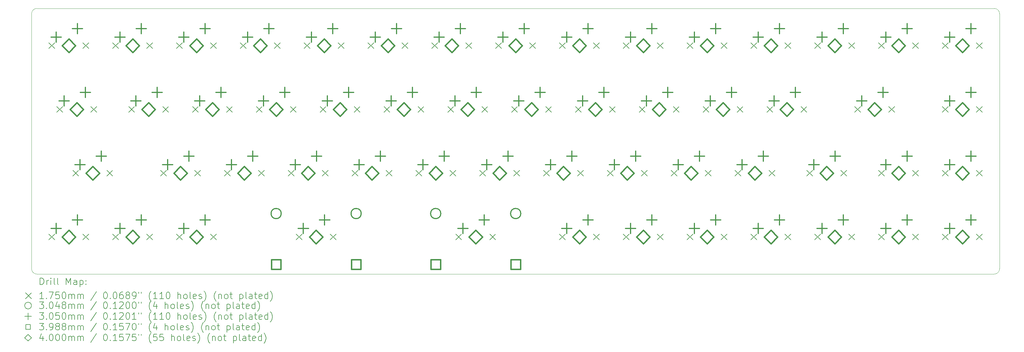
<source format=gbr>
%TF.GenerationSoftware,KiCad,Pcbnew,(6.0.10)*%
%TF.CreationDate,2023-01-15T11:01:49+05:00*%
%TF.ProjectId,key55,6b657935-352e-46b6-9963-61645f706362,rev?*%
%TF.SameCoordinates,Original*%
%TF.FileFunction,Drillmap*%
%TF.FilePolarity,Positive*%
%FSLAX45Y45*%
G04 Gerber Fmt 4.5, Leading zero omitted, Abs format (unit mm)*
G04 Created by KiCad (PCBNEW (6.0.10)) date 2023-01-15 11:01:49*
%MOMM*%
%LPD*%
G01*
G04 APERTURE LIST*
%ADD10C,0.100000*%
%ADD11C,0.200000*%
%ADD12C,0.175000*%
%ADD13C,0.304800*%
%ADD14C,0.305000*%
%ADD15C,0.398780*%
%ADD16C,0.400000*%
G04 APERTURE END LIST*
D10*
X1270000Y-1111250D02*
G75*
G03*
X1111250Y-1270000I0J-158750D01*
G01*
X1111250Y-1270000D02*
X1111250Y-8890000D01*
X1270000Y-9048750D02*
X29845000Y-9048750D01*
X29845000Y-1111250D02*
X1270000Y-1111250D01*
X1111250Y-8890000D02*
G75*
G03*
X1270000Y-9048750I158750J0D01*
G01*
X30003750Y-8890000D02*
X30003750Y-1270000D01*
X29845000Y-9048750D02*
G75*
G03*
X30003750Y-8890000I0J158750D01*
G01*
X30003750Y-1270000D02*
G75*
G03*
X29845000Y-1111250I-158750J0D01*
G01*
D11*
D12*
X1627000Y-2135000D02*
X1802000Y-2310000D01*
X1802000Y-2135000D02*
X1627000Y-2310000D01*
X1627000Y-7850000D02*
X1802000Y-8025000D01*
X1802000Y-7850000D02*
X1627000Y-8025000D01*
X1865125Y-4040000D02*
X2040125Y-4215000D01*
X2040125Y-4040000D02*
X1865125Y-4215000D01*
X2341375Y-5945000D02*
X2516375Y-6120000D01*
X2516375Y-5945000D02*
X2341375Y-6120000D01*
X2643000Y-2135000D02*
X2818000Y-2310000D01*
X2818000Y-2135000D02*
X2643000Y-2310000D01*
X2643000Y-7850000D02*
X2818000Y-8025000D01*
X2818000Y-7850000D02*
X2643000Y-8025000D01*
X2881125Y-4040000D02*
X3056125Y-4215000D01*
X3056125Y-4040000D02*
X2881125Y-4215000D01*
X3357375Y-5945000D02*
X3532375Y-6120000D01*
X3532375Y-5945000D02*
X3357375Y-6120000D01*
X3532000Y-2135000D02*
X3707000Y-2310000D01*
X3707000Y-2135000D02*
X3532000Y-2310000D01*
X3532000Y-7850000D02*
X3707000Y-8025000D01*
X3707000Y-7850000D02*
X3532000Y-8025000D01*
X4008250Y-4040000D02*
X4183250Y-4215000D01*
X4183250Y-4040000D02*
X4008250Y-4215000D01*
X4548000Y-2135000D02*
X4723000Y-2310000D01*
X4723000Y-2135000D02*
X4548000Y-2310000D01*
X4548000Y-7850000D02*
X4723000Y-8025000D01*
X4723000Y-7850000D02*
X4548000Y-8025000D01*
X4960750Y-5945000D02*
X5135750Y-6120000D01*
X5135750Y-5945000D02*
X4960750Y-6120000D01*
X5024250Y-4040000D02*
X5199250Y-4215000D01*
X5199250Y-4040000D02*
X5024250Y-4215000D01*
X5437000Y-2135000D02*
X5612000Y-2310000D01*
X5612000Y-2135000D02*
X5437000Y-2310000D01*
X5437000Y-7850000D02*
X5612000Y-8025000D01*
X5612000Y-7850000D02*
X5437000Y-8025000D01*
X5913250Y-4040000D02*
X6088250Y-4215000D01*
X6088250Y-4040000D02*
X5913250Y-4215000D01*
X5976750Y-5945000D02*
X6151750Y-6120000D01*
X6151750Y-5945000D02*
X5976750Y-6120000D01*
X6453000Y-2135000D02*
X6628000Y-2310000D01*
X6628000Y-2135000D02*
X6453000Y-2310000D01*
X6453000Y-7850000D02*
X6628000Y-8025000D01*
X6628000Y-7850000D02*
X6453000Y-8025000D01*
X6865750Y-5945000D02*
X7040750Y-6120000D01*
X7040750Y-5945000D02*
X6865750Y-6120000D01*
X6929250Y-4040000D02*
X7104250Y-4215000D01*
X7104250Y-4040000D02*
X6929250Y-4215000D01*
X7342000Y-2135000D02*
X7517000Y-2310000D01*
X7517000Y-2135000D02*
X7342000Y-2310000D01*
X7818250Y-4040000D02*
X7993250Y-4215000D01*
X7993250Y-4040000D02*
X7818250Y-4215000D01*
X7881750Y-5945000D02*
X8056750Y-6120000D01*
X8056750Y-5945000D02*
X7881750Y-6120000D01*
X8358000Y-2135000D02*
X8533000Y-2310000D01*
X8533000Y-2135000D02*
X8358000Y-2310000D01*
X8770750Y-5945000D02*
X8945750Y-6120000D01*
X8945750Y-5945000D02*
X8770750Y-6120000D01*
X8834250Y-4040000D02*
X9009250Y-4215000D01*
X9009250Y-4040000D02*
X8834250Y-4215000D01*
X9008875Y-7850000D02*
X9183875Y-8025000D01*
X9183875Y-7850000D02*
X9008875Y-8025000D01*
X9247000Y-2135000D02*
X9422000Y-2310000D01*
X9422000Y-2135000D02*
X9247000Y-2310000D01*
X9723250Y-4040000D02*
X9898250Y-4215000D01*
X9898250Y-4040000D02*
X9723250Y-4215000D01*
X9786750Y-5945000D02*
X9961750Y-6120000D01*
X9961750Y-5945000D02*
X9786750Y-6120000D01*
X10024875Y-7850000D02*
X10199875Y-8025000D01*
X10199875Y-7850000D02*
X10024875Y-8025000D01*
X10263000Y-2135000D02*
X10438000Y-2310000D01*
X10438000Y-2135000D02*
X10263000Y-2310000D01*
X10675750Y-5945000D02*
X10850750Y-6120000D01*
X10850750Y-5945000D02*
X10675750Y-6120000D01*
X10739250Y-4040000D02*
X10914250Y-4215000D01*
X10914250Y-4040000D02*
X10739250Y-4215000D01*
X11152000Y-2135000D02*
X11327000Y-2310000D01*
X11327000Y-2135000D02*
X11152000Y-2310000D01*
X11628250Y-4040000D02*
X11803250Y-4215000D01*
X11803250Y-4040000D02*
X11628250Y-4215000D01*
X11691750Y-5945000D02*
X11866750Y-6120000D01*
X11866750Y-5945000D02*
X11691750Y-6120000D01*
X12168000Y-2135000D02*
X12343000Y-2310000D01*
X12343000Y-2135000D02*
X12168000Y-2310000D01*
X12580750Y-5945000D02*
X12755750Y-6120000D01*
X12755750Y-5945000D02*
X12580750Y-6120000D01*
X12644250Y-4040000D02*
X12819250Y-4215000D01*
X12819250Y-4040000D02*
X12644250Y-4215000D01*
X13057000Y-2135000D02*
X13232000Y-2310000D01*
X13232000Y-2135000D02*
X13057000Y-2310000D01*
X13533250Y-4040000D02*
X13708250Y-4215000D01*
X13708250Y-4040000D02*
X13533250Y-4215000D01*
X13596750Y-5945000D02*
X13771750Y-6120000D01*
X13771750Y-5945000D02*
X13596750Y-6120000D01*
X13771375Y-7850000D02*
X13946375Y-8025000D01*
X13946375Y-7850000D02*
X13771375Y-8025000D01*
X14073000Y-2135000D02*
X14248000Y-2310000D01*
X14248000Y-2135000D02*
X14073000Y-2310000D01*
X14485750Y-5945000D02*
X14660750Y-6120000D01*
X14660750Y-5945000D02*
X14485750Y-6120000D01*
X14549250Y-4040000D02*
X14724250Y-4215000D01*
X14724250Y-4040000D02*
X14549250Y-4215000D01*
X14787375Y-7850000D02*
X14962375Y-8025000D01*
X14962375Y-7850000D02*
X14787375Y-8025000D01*
X14962000Y-2135000D02*
X15137000Y-2310000D01*
X15137000Y-2135000D02*
X14962000Y-2310000D01*
X15438250Y-4040000D02*
X15613250Y-4215000D01*
X15613250Y-4040000D02*
X15438250Y-4215000D01*
X15501750Y-5945000D02*
X15676750Y-6120000D01*
X15676750Y-5945000D02*
X15501750Y-6120000D01*
X15978000Y-2135000D02*
X16153000Y-2310000D01*
X16153000Y-2135000D02*
X15978000Y-2310000D01*
X16390750Y-5945000D02*
X16565750Y-6120000D01*
X16565750Y-5945000D02*
X16390750Y-6120000D01*
X16454250Y-4040000D02*
X16629250Y-4215000D01*
X16629250Y-4040000D02*
X16454250Y-4215000D01*
X16867000Y-2135000D02*
X17042000Y-2310000D01*
X17042000Y-2135000D02*
X16867000Y-2310000D01*
X16867000Y-7850000D02*
X17042000Y-8025000D01*
X17042000Y-7850000D02*
X16867000Y-8025000D01*
X17343250Y-4040000D02*
X17518250Y-4215000D01*
X17518250Y-4040000D02*
X17343250Y-4215000D01*
X17406750Y-5945000D02*
X17581750Y-6120000D01*
X17581750Y-5945000D02*
X17406750Y-6120000D01*
X17883000Y-2135000D02*
X18058000Y-2310000D01*
X18058000Y-2135000D02*
X17883000Y-2310000D01*
X17883000Y-7850000D02*
X18058000Y-8025000D01*
X18058000Y-7850000D02*
X17883000Y-8025000D01*
X18295750Y-5945000D02*
X18470750Y-6120000D01*
X18470750Y-5945000D02*
X18295750Y-6120000D01*
X18359250Y-4040000D02*
X18534250Y-4215000D01*
X18534250Y-4040000D02*
X18359250Y-4215000D01*
X18772000Y-2135000D02*
X18947000Y-2310000D01*
X18947000Y-2135000D02*
X18772000Y-2310000D01*
X18772000Y-7850000D02*
X18947000Y-8025000D01*
X18947000Y-7850000D02*
X18772000Y-8025000D01*
X19248250Y-4040000D02*
X19423250Y-4215000D01*
X19423250Y-4040000D02*
X19248250Y-4215000D01*
X19311750Y-5945000D02*
X19486750Y-6120000D01*
X19486750Y-5945000D02*
X19311750Y-6120000D01*
X19788000Y-2135000D02*
X19963000Y-2310000D01*
X19963000Y-2135000D02*
X19788000Y-2310000D01*
X19788000Y-7850000D02*
X19963000Y-8025000D01*
X19963000Y-7850000D02*
X19788000Y-8025000D01*
X20200750Y-5945000D02*
X20375750Y-6120000D01*
X20375750Y-5945000D02*
X20200750Y-6120000D01*
X20264250Y-4040000D02*
X20439250Y-4215000D01*
X20439250Y-4040000D02*
X20264250Y-4215000D01*
X20677000Y-2135000D02*
X20852000Y-2310000D01*
X20852000Y-2135000D02*
X20677000Y-2310000D01*
X20677000Y-7850000D02*
X20852000Y-8025000D01*
X20852000Y-7850000D02*
X20677000Y-8025000D01*
X21153250Y-4040000D02*
X21328250Y-4215000D01*
X21328250Y-4040000D02*
X21153250Y-4215000D01*
X21216750Y-5945000D02*
X21391750Y-6120000D01*
X21391750Y-5945000D02*
X21216750Y-6120000D01*
X21693000Y-2135000D02*
X21868000Y-2310000D01*
X21868000Y-2135000D02*
X21693000Y-2310000D01*
X21693000Y-7850000D02*
X21868000Y-8025000D01*
X21868000Y-7850000D02*
X21693000Y-8025000D01*
X22105750Y-5945000D02*
X22280750Y-6120000D01*
X22280750Y-5945000D02*
X22105750Y-6120000D01*
X22169250Y-4040000D02*
X22344250Y-4215000D01*
X22344250Y-4040000D02*
X22169250Y-4215000D01*
X22582000Y-2135000D02*
X22757000Y-2310000D01*
X22757000Y-2135000D02*
X22582000Y-2310000D01*
X22582000Y-7850000D02*
X22757000Y-8025000D01*
X22757000Y-7850000D02*
X22582000Y-8025000D01*
X23058250Y-4040000D02*
X23233250Y-4215000D01*
X23233250Y-4040000D02*
X23058250Y-4215000D01*
X23121750Y-5945000D02*
X23296750Y-6120000D01*
X23296750Y-5945000D02*
X23121750Y-6120000D01*
X23598000Y-2135000D02*
X23773000Y-2310000D01*
X23773000Y-2135000D02*
X23598000Y-2310000D01*
X23598000Y-7850000D02*
X23773000Y-8025000D01*
X23773000Y-7850000D02*
X23598000Y-8025000D01*
X24074250Y-4040000D02*
X24249250Y-4215000D01*
X24249250Y-4040000D02*
X24074250Y-4215000D01*
X24248875Y-5945000D02*
X24423875Y-6120000D01*
X24423875Y-5945000D02*
X24248875Y-6120000D01*
X24487000Y-2135000D02*
X24662000Y-2310000D01*
X24662000Y-2135000D02*
X24487000Y-2310000D01*
X24487000Y-7850000D02*
X24662000Y-8025000D01*
X24662000Y-7850000D02*
X24487000Y-8025000D01*
X25264875Y-5945000D02*
X25439875Y-6120000D01*
X25439875Y-5945000D02*
X25264875Y-6120000D01*
X25503000Y-2135000D02*
X25678000Y-2310000D01*
X25678000Y-2135000D02*
X25503000Y-2310000D01*
X25503000Y-7850000D02*
X25678000Y-8025000D01*
X25678000Y-7850000D02*
X25503000Y-8025000D01*
X25677625Y-4040000D02*
X25852625Y-4215000D01*
X25852625Y-4040000D02*
X25677625Y-4215000D01*
X26392000Y-2135000D02*
X26567000Y-2310000D01*
X26567000Y-2135000D02*
X26392000Y-2310000D01*
X26392000Y-5945000D02*
X26567000Y-6120000D01*
X26567000Y-5945000D02*
X26392000Y-6120000D01*
X26392000Y-7850000D02*
X26567000Y-8025000D01*
X26567000Y-7850000D02*
X26392000Y-8025000D01*
X26693625Y-4040000D02*
X26868625Y-4215000D01*
X26868625Y-4040000D02*
X26693625Y-4215000D01*
X27408000Y-2135000D02*
X27583000Y-2310000D01*
X27583000Y-2135000D02*
X27408000Y-2310000D01*
X27408000Y-5945000D02*
X27583000Y-6120000D01*
X27583000Y-5945000D02*
X27408000Y-6120000D01*
X27408000Y-7850000D02*
X27583000Y-8025000D01*
X27583000Y-7850000D02*
X27408000Y-8025000D01*
X28297000Y-2135000D02*
X28472000Y-2310000D01*
X28472000Y-2135000D02*
X28297000Y-2310000D01*
X28297000Y-4040000D02*
X28472000Y-4215000D01*
X28472000Y-4040000D02*
X28297000Y-4215000D01*
X28297000Y-5945000D02*
X28472000Y-6120000D01*
X28472000Y-5945000D02*
X28297000Y-6120000D01*
X28297000Y-7850000D02*
X28472000Y-8025000D01*
X28472000Y-7850000D02*
X28297000Y-8025000D01*
X29313000Y-2135000D02*
X29488000Y-2310000D01*
X29488000Y-2135000D02*
X29313000Y-2310000D01*
X29313000Y-4040000D02*
X29488000Y-4215000D01*
X29488000Y-4040000D02*
X29313000Y-4215000D01*
X29313000Y-5945000D02*
X29488000Y-6120000D01*
X29488000Y-5945000D02*
X29313000Y-6120000D01*
X29313000Y-7850000D02*
X29488000Y-8025000D01*
X29488000Y-7850000D02*
X29313000Y-8025000D01*
D13*
X8562975Y-7239000D02*
G75*
G03*
X8562975Y-7239000I-152400J0D01*
G01*
X10950575Y-7239000D02*
G75*
G03*
X10950575Y-7239000I-152400J0D01*
G01*
X13325475Y-7239000D02*
G75*
G03*
X13325475Y-7239000I-152400J0D01*
G01*
X15713075Y-7239000D02*
G75*
G03*
X15713075Y-7239000I-152400J0D01*
G01*
D14*
X1841500Y-1816000D02*
X1841500Y-2121000D01*
X1689000Y-1968500D02*
X1994000Y-1968500D01*
X1841500Y-7531000D02*
X1841500Y-7836000D01*
X1689000Y-7683500D02*
X1994000Y-7683500D01*
X2079625Y-3721000D02*
X2079625Y-4026000D01*
X1927125Y-3873500D02*
X2232125Y-3873500D01*
X2476500Y-1562000D02*
X2476500Y-1867000D01*
X2324000Y-1714500D02*
X2629000Y-1714500D01*
X2476500Y-7277000D02*
X2476500Y-7582000D01*
X2324000Y-7429500D02*
X2629000Y-7429500D01*
X2555875Y-5626000D02*
X2555875Y-5931000D01*
X2403375Y-5778500D02*
X2708375Y-5778500D01*
X2714625Y-3467000D02*
X2714625Y-3772000D01*
X2562125Y-3619500D02*
X2867125Y-3619500D01*
X3190875Y-5372000D02*
X3190875Y-5677000D01*
X3038375Y-5524500D02*
X3343375Y-5524500D01*
X3746500Y-1816000D02*
X3746500Y-2121000D01*
X3594000Y-1968500D02*
X3899000Y-1968500D01*
X3746500Y-7531000D02*
X3746500Y-7836000D01*
X3594000Y-7683500D02*
X3899000Y-7683500D01*
X4222750Y-3721000D02*
X4222750Y-4026000D01*
X4070250Y-3873500D02*
X4375250Y-3873500D01*
X4381500Y-1562000D02*
X4381500Y-1867000D01*
X4229000Y-1714500D02*
X4534000Y-1714500D01*
X4381500Y-7277000D02*
X4381500Y-7582000D01*
X4229000Y-7429500D02*
X4534000Y-7429500D01*
X4857750Y-3467000D02*
X4857750Y-3772000D01*
X4705250Y-3619500D02*
X5010250Y-3619500D01*
X5175250Y-5626000D02*
X5175250Y-5931000D01*
X5022750Y-5778500D02*
X5327750Y-5778500D01*
X5651500Y-1816000D02*
X5651500Y-2121000D01*
X5499000Y-1968500D02*
X5804000Y-1968500D01*
X5651500Y-7531000D02*
X5651500Y-7836000D01*
X5499000Y-7683500D02*
X5804000Y-7683500D01*
X5810250Y-5372000D02*
X5810250Y-5677000D01*
X5657750Y-5524500D02*
X5962750Y-5524500D01*
X6127750Y-3721000D02*
X6127750Y-4026000D01*
X5975250Y-3873500D02*
X6280250Y-3873500D01*
X6286500Y-1562000D02*
X6286500Y-1867000D01*
X6134000Y-1714500D02*
X6439000Y-1714500D01*
X6286500Y-7277000D02*
X6286500Y-7582000D01*
X6134000Y-7429500D02*
X6439000Y-7429500D01*
X6762750Y-3467000D02*
X6762750Y-3772000D01*
X6610250Y-3619500D02*
X6915250Y-3619500D01*
X7080250Y-5626000D02*
X7080250Y-5931000D01*
X6927750Y-5778500D02*
X7232750Y-5778500D01*
X7556500Y-1816000D02*
X7556500Y-2121000D01*
X7404000Y-1968500D02*
X7709000Y-1968500D01*
X7715250Y-5372000D02*
X7715250Y-5677000D01*
X7562750Y-5524500D02*
X7867750Y-5524500D01*
X8032750Y-3721000D02*
X8032750Y-4026000D01*
X7880250Y-3873500D02*
X8185250Y-3873500D01*
X8191500Y-1562000D02*
X8191500Y-1867000D01*
X8039000Y-1714500D02*
X8344000Y-1714500D01*
X8667750Y-3467000D02*
X8667750Y-3772000D01*
X8515250Y-3619500D02*
X8820250Y-3619500D01*
X8985250Y-5626000D02*
X8985250Y-5931000D01*
X8832750Y-5778500D02*
X9137750Y-5778500D01*
X9223375Y-7531000D02*
X9223375Y-7836000D01*
X9070875Y-7683500D02*
X9375875Y-7683500D01*
X9461500Y-1816000D02*
X9461500Y-2121000D01*
X9309000Y-1968500D02*
X9614000Y-1968500D01*
X9620250Y-5372000D02*
X9620250Y-5677000D01*
X9467750Y-5524500D02*
X9772750Y-5524500D01*
X9858375Y-7277000D02*
X9858375Y-7582000D01*
X9705875Y-7429500D02*
X10010875Y-7429500D01*
X9937750Y-3721000D02*
X9937750Y-4026000D01*
X9785250Y-3873500D02*
X10090250Y-3873500D01*
X10096500Y-1562000D02*
X10096500Y-1867000D01*
X9944000Y-1714500D02*
X10249000Y-1714500D01*
X10572750Y-3467000D02*
X10572750Y-3772000D01*
X10420250Y-3619500D02*
X10725250Y-3619500D01*
X10890250Y-5626000D02*
X10890250Y-5931000D01*
X10737750Y-5778500D02*
X11042750Y-5778500D01*
X11366500Y-1816000D02*
X11366500Y-2121000D01*
X11214000Y-1968500D02*
X11519000Y-1968500D01*
X11525250Y-5372000D02*
X11525250Y-5677000D01*
X11372750Y-5524500D02*
X11677750Y-5524500D01*
X11842750Y-3721000D02*
X11842750Y-4026000D01*
X11690250Y-3873500D02*
X11995250Y-3873500D01*
X12001500Y-1562000D02*
X12001500Y-1867000D01*
X11849000Y-1714500D02*
X12154000Y-1714500D01*
X12477750Y-3467000D02*
X12477750Y-3772000D01*
X12325250Y-3619500D02*
X12630250Y-3619500D01*
X12795250Y-5626000D02*
X12795250Y-5931000D01*
X12642750Y-5778500D02*
X12947750Y-5778500D01*
X13271500Y-1816000D02*
X13271500Y-2121000D01*
X13119000Y-1968500D02*
X13424000Y-1968500D01*
X13430250Y-5372000D02*
X13430250Y-5677000D01*
X13277750Y-5524500D02*
X13582750Y-5524500D01*
X13747750Y-3721000D02*
X13747750Y-4026000D01*
X13595250Y-3873500D02*
X13900250Y-3873500D01*
X13906500Y-1562000D02*
X13906500Y-1867000D01*
X13754000Y-1714500D02*
X14059000Y-1714500D01*
X13985875Y-7531000D02*
X13985875Y-7836000D01*
X13833375Y-7683500D02*
X14138375Y-7683500D01*
X14382750Y-3467000D02*
X14382750Y-3772000D01*
X14230250Y-3619500D02*
X14535250Y-3619500D01*
X14620875Y-7277000D02*
X14620875Y-7582000D01*
X14468375Y-7429500D02*
X14773375Y-7429500D01*
X14700250Y-5626000D02*
X14700250Y-5931000D01*
X14547750Y-5778500D02*
X14852750Y-5778500D01*
X15176500Y-1816000D02*
X15176500Y-2121000D01*
X15024000Y-1968500D02*
X15329000Y-1968500D01*
X15335250Y-5372000D02*
X15335250Y-5677000D01*
X15182750Y-5524500D02*
X15487750Y-5524500D01*
X15652750Y-3721000D02*
X15652750Y-4026000D01*
X15500250Y-3873500D02*
X15805250Y-3873500D01*
X15811500Y-1562000D02*
X15811500Y-1867000D01*
X15659000Y-1714500D02*
X15964000Y-1714500D01*
X16287750Y-3467000D02*
X16287750Y-3772000D01*
X16135250Y-3619500D02*
X16440250Y-3619500D01*
X16605250Y-5626000D02*
X16605250Y-5931000D01*
X16452750Y-5778500D02*
X16757750Y-5778500D01*
X17081500Y-1816000D02*
X17081500Y-2121000D01*
X16929000Y-1968500D02*
X17234000Y-1968500D01*
X17081500Y-7531000D02*
X17081500Y-7836000D01*
X16929000Y-7683500D02*
X17234000Y-7683500D01*
X17240250Y-5372000D02*
X17240250Y-5677000D01*
X17087750Y-5524500D02*
X17392750Y-5524500D01*
X17557750Y-3721000D02*
X17557750Y-4026000D01*
X17405250Y-3873500D02*
X17710250Y-3873500D01*
X17716500Y-1562000D02*
X17716500Y-1867000D01*
X17564000Y-1714500D02*
X17869000Y-1714500D01*
X17716500Y-7277000D02*
X17716500Y-7582000D01*
X17564000Y-7429500D02*
X17869000Y-7429500D01*
X18192750Y-3467000D02*
X18192750Y-3772000D01*
X18040250Y-3619500D02*
X18345250Y-3619500D01*
X18510250Y-5626000D02*
X18510250Y-5931000D01*
X18357750Y-5778500D02*
X18662750Y-5778500D01*
X18986500Y-1816000D02*
X18986500Y-2121000D01*
X18834000Y-1968500D02*
X19139000Y-1968500D01*
X18986500Y-7531000D02*
X18986500Y-7836000D01*
X18834000Y-7683500D02*
X19139000Y-7683500D01*
X19145250Y-5372000D02*
X19145250Y-5677000D01*
X18992750Y-5524500D02*
X19297750Y-5524500D01*
X19462750Y-3721000D02*
X19462750Y-4026000D01*
X19310250Y-3873500D02*
X19615250Y-3873500D01*
X19621500Y-1562000D02*
X19621500Y-1867000D01*
X19469000Y-1714500D02*
X19774000Y-1714500D01*
X19621500Y-7277000D02*
X19621500Y-7582000D01*
X19469000Y-7429500D02*
X19774000Y-7429500D01*
X20097750Y-3467000D02*
X20097750Y-3772000D01*
X19945250Y-3619500D02*
X20250250Y-3619500D01*
X20415250Y-5626000D02*
X20415250Y-5931000D01*
X20262750Y-5778500D02*
X20567750Y-5778500D01*
X20891500Y-1816000D02*
X20891500Y-2121000D01*
X20739000Y-1968500D02*
X21044000Y-1968500D01*
X20891500Y-7531000D02*
X20891500Y-7836000D01*
X20739000Y-7683500D02*
X21044000Y-7683500D01*
X21050250Y-5372000D02*
X21050250Y-5677000D01*
X20897750Y-5524500D02*
X21202750Y-5524500D01*
X21367750Y-3721000D02*
X21367750Y-4026000D01*
X21215250Y-3873500D02*
X21520250Y-3873500D01*
X21526500Y-1562000D02*
X21526500Y-1867000D01*
X21374000Y-1714500D02*
X21679000Y-1714500D01*
X21526500Y-7277000D02*
X21526500Y-7582000D01*
X21374000Y-7429500D02*
X21679000Y-7429500D01*
X22002750Y-3467000D02*
X22002750Y-3772000D01*
X21850250Y-3619500D02*
X22155250Y-3619500D01*
X22320250Y-5626000D02*
X22320250Y-5931000D01*
X22167750Y-5778500D02*
X22472750Y-5778500D01*
X22796500Y-1816000D02*
X22796500Y-2121000D01*
X22644000Y-1968500D02*
X22949000Y-1968500D01*
X22796500Y-7531000D02*
X22796500Y-7836000D01*
X22644000Y-7683500D02*
X22949000Y-7683500D01*
X22955250Y-5372000D02*
X22955250Y-5677000D01*
X22802750Y-5524500D02*
X23107750Y-5524500D01*
X23272750Y-3721000D02*
X23272750Y-4026000D01*
X23120250Y-3873500D02*
X23425250Y-3873500D01*
X23431500Y-1562000D02*
X23431500Y-1867000D01*
X23279000Y-1714500D02*
X23584000Y-1714500D01*
X23431500Y-7277000D02*
X23431500Y-7582000D01*
X23279000Y-7429500D02*
X23584000Y-7429500D01*
X23907750Y-3467000D02*
X23907750Y-3772000D01*
X23755250Y-3619500D02*
X24060250Y-3619500D01*
X24463375Y-5626000D02*
X24463375Y-5931000D01*
X24310875Y-5778500D02*
X24615875Y-5778500D01*
X24701500Y-1816000D02*
X24701500Y-2121000D01*
X24549000Y-1968500D02*
X24854000Y-1968500D01*
X24701500Y-7531000D02*
X24701500Y-7836000D01*
X24549000Y-7683500D02*
X24854000Y-7683500D01*
X25098375Y-5372000D02*
X25098375Y-5677000D01*
X24945875Y-5524500D02*
X25250875Y-5524500D01*
X25336500Y-1562000D02*
X25336500Y-1867000D01*
X25184000Y-1714500D02*
X25489000Y-1714500D01*
X25336500Y-7277000D02*
X25336500Y-7582000D01*
X25184000Y-7429500D02*
X25489000Y-7429500D01*
X25892125Y-3721000D02*
X25892125Y-4026000D01*
X25739625Y-3873500D02*
X26044625Y-3873500D01*
X26527125Y-3467000D02*
X26527125Y-3772000D01*
X26374625Y-3619500D02*
X26679625Y-3619500D01*
X26606500Y-1816000D02*
X26606500Y-2121000D01*
X26454000Y-1968500D02*
X26759000Y-1968500D01*
X26606500Y-5626000D02*
X26606500Y-5931000D01*
X26454000Y-5778500D02*
X26759000Y-5778500D01*
X26606500Y-7531000D02*
X26606500Y-7836000D01*
X26454000Y-7683500D02*
X26759000Y-7683500D01*
X27241500Y-1562000D02*
X27241500Y-1867000D01*
X27089000Y-1714500D02*
X27394000Y-1714500D01*
X27241500Y-5372000D02*
X27241500Y-5677000D01*
X27089000Y-5524500D02*
X27394000Y-5524500D01*
X27241500Y-7277000D02*
X27241500Y-7582000D01*
X27089000Y-7429500D02*
X27394000Y-7429500D01*
X28511500Y-1816000D02*
X28511500Y-2121000D01*
X28359000Y-1968500D02*
X28664000Y-1968500D01*
X28511500Y-3721000D02*
X28511500Y-4026000D01*
X28359000Y-3873500D02*
X28664000Y-3873500D01*
X28511500Y-5626000D02*
X28511500Y-5931000D01*
X28359000Y-5778500D02*
X28664000Y-5778500D01*
X28511500Y-7531000D02*
X28511500Y-7836000D01*
X28359000Y-7683500D02*
X28664000Y-7683500D01*
X29146500Y-1562000D02*
X29146500Y-1867000D01*
X28994000Y-1714500D02*
X29299000Y-1714500D01*
X29146500Y-3467000D02*
X29146500Y-3772000D01*
X28994000Y-3619500D02*
X29299000Y-3619500D01*
X29146500Y-5372000D02*
X29146500Y-5677000D01*
X28994000Y-5524500D02*
X29299000Y-5524500D01*
X29146500Y-7277000D02*
X29146500Y-7582000D01*
X28994000Y-7429500D02*
X29299000Y-7429500D01*
D15*
X8551566Y-8900991D02*
X8551566Y-8619009D01*
X8269584Y-8619009D01*
X8269584Y-8900991D01*
X8551566Y-8900991D01*
X10939166Y-8900991D02*
X10939166Y-8619009D01*
X10657184Y-8619009D01*
X10657184Y-8900991D01*
X10939166Y-8900991D01*
X13314066Y-8900991D02*
X13314066Y-8619009D01*
X13032084Y-8619009D01*
X13032084Y-8900991D01*
X13314066Y-8900991D01*
X15701666Y-8900991D02*
X15701666Y-8619009D01*
X15419684Y-8619009D01*
X15419684Y-8900991D01*
X15701666Y-8900991D01*
D16*
X2222500Y-2422500D02*
X2422500Y-2222500D01*
X2222500Y-2022500D01*
X2022500Y-2222500D01*
X2222500Y-2422500D01*
X2222500Y-8137500D02*
X2422500Y-7937500D01*
X2222500Y-7737500D01*
X2022500Y-7937500D01*
X2222500Y-8137500D01*
X2460625Y-4327500D02*
X2660625Y-4127500D01*
X2460625Y-3927500D01*
X2260625Y-4127500D01*
X2460625Y-4327500D01*
X2936875Y-6232500D02*
X3136875Y-6032500D01*
X2936875Y-5832500D01*
X2736875Y-6032500D01*
X2936875Y-6232500D01*
X4127500Y-2422500D02*
X4327500Y-2222500D01*
X4127500Y-2022500D01*
X3927500Y-2222500D01*
X4127500Y-2422500D01*
X4127500Y-8137500D02*
X4327500Y-7937500D01*
X4127500Y-7737500D01*
X3927500Y-7937500D01*
X4127500Y-8137500D01*
X4603750Y-4327500D02*
X4803750Y-4127500D01*
X4603750Y-3927500D01*
X4403750Y-4127500D01*
X4603750Y-4327500D01*
X5556250Y-6232500D02*
X5756250Y-6032500D01*
X5556250Y-5832500D01*
X5356250Y-6032500D01*
X5556250Y-6232500D01*
X6032500Y-2422500D02*
X6232500Y-2222500D01*
X6032500Y-2022500D01*
X5832500Y-2222500D01*
X6032500Y-2422500D01*
X6032500Y-8137500D02*
X6232500Y-7937500D01*
X6032500Y-7737500D01*
X5832500Y-7937500D01*
X6032500Y-8137500D01*
X6508750Y-4327500D02*
X6708750Y-4127500D01*
X6508750Y-3927500D01*
X6308750Y-4127500D01*
X6508750Y-4327500D01*
X7461250Y-6232500D02*
X7661250Y-6032500D01*
X7461250Y-5832500D01*
X7261250Y-6032500D01*
X7461250Y-6232500D01*
X7937500Y-2422500D02*
X8137500Y-2222500D01*
X7937500Y-2022500D01*
X7737500Y-2222500D01*
X7937500Y-2422500D01*
X8413750Y-4327500D02*
X8613750Y-4127500D01*
X8413750Y-3927500D01*
X8213750Y-4127500D01*
X8413750Y-4327500D01*
X9366250Y-6232500D02*
X9566250Y-6032500D01*
X9366250Y-5832500D01*
X9166250Y-6032500D01*
X9366250Y-6232500D01*
X9604375Y-8137500D02*
X9804375Y-7937500D01*
X9604375Y-7737500D01*
X9404375Y-7937500D01*
X9604375Y-8137500D01*
X9842500Y-2422500D02*
X10042500Y-2222500D01*
X9842500Y-2022500D01*
X9642500Y-2222500D01*
X9842500Y-2422500D01*
X10318750Y-4327500D02*
X10518750Y-4127500D01*
X10318750Y-3927500D01*
X10118750Y-4127500D01*
X10318750Y-4327500D01*
X11271250Y-6232500D02*
X11471250Y-6032500D01*
X11271250Y-5832500D01*
X11071250Y-6032500D01*
X11271250Y-6232500D01*
X11747500Y-2422500D02*
X11947500Y-2222500D01*
X11747500Y-2022500D01*
X11547500Y-2222500D01*
X11747500Y-2422500D01*
X12223750Y-4327500D02*
X12423750Y-4127500D01*
X12223750Y-3927500D01*
X12023750Y-4127500D01*
X12223750Y-4327500D01*
X13176250Y-6232500D02*
X13376250Y-6032500D01*
X13176250Y-5832500D01*
X12976250Y-6032500D01*
X13176250Y-6232500D01*
X13652500Y-2422500D02*
X13852500Y-2222500D01*
X13652500Y-2022500D01*
X13452500Y-2222500D01*
X13652500Y-2422500D01*
X14128750Y-4327500D02*
X14328750Y-4127500D01*
X14128750Y-3927500D01*
X13928750Y-4127500D01*
X14128750Y-4327500D01*
X14366875Y-8137500D02*
X14566875Y-7937500D01*
X14366875Y-7737500D01*
X14166875Y-7937500D01*
X14366875Y-8137500D01*
X15081250Y-6232500D02*
X15281250Y-6032500D01*
X15081250Y-5832500D01*
X14881250Y-6032500D01*
X15081250Y-6232500D01*
X15557500Y-2422500D02*
X15757500Y-2222500D01*
X15557500Y-2022500D01*
X15357500Y-2222500D01*
X15557500Y-2422500D01*
X16033750Y-4327500D02*
X16233750Y-4127500D01*
X16033750Y-3927500D01*
X15833750Y-4127500D01*
X16033750Y-4327500D01*
X16986250Y-6232500D02*
X17186250Y-6032500D01*
X16986250Y-5832500D01*
X16786250Y-6032500D01*
X16986250Y-6232500D01*
X17462500Y-2422500D02*
X17662500Y-2222500D01*
X17462500Y-2022500D01*
X17262500Y-2222500D01*
X17462500Y-2422500D01*
X17462500Y-8137500D02*
X17662500Y-7937500D01*
X17462500Y-7737500D01*
X17262500Y-7937500D01*
X17462500Y-8137500D01*
X17938750Y-4327500D02*
X18138750Y-4127500D01*
X17938750Y-3927500D01*
X17738750Y-4127500D01*
X17938750Y-4327500D01*
X18891250Y-6232500D02*
X19091250Y-6032500D01*
X18891250Y-5832500D01*
X18691250Y-6032500D01*
X18891250Y-6232500D01*
X19367500Y-2422500D02*
X19567500Y-2222500D01*
X19367500Y-2022500D01*
X19167500Y-2222500D01*
X19367500Y-2422500D01*
X19367500Y-8137500D02*
X19567500Y-7937500D01*
X19367500Y-7737500D01*
X19167500Y-7937500D01*
X19367500Y-8137500D01*
X19843750Y-4327500D02*
X20043750Y-4127500D01*
X19843750Y-3927500D01*
X19643750Y-4127500D01*
X19843750Y-4327500D01*
X20796250Y-6232500D02*
X20996250Y-6032500D01*
X20796250Y-5832500D01*
X20596250Y-6032500D01*
X20796250Y-6232500D01*
X21272500Y-2422500D02*
X21472500Y-2222500D01*
X21272500Y-2022500D01*
X21072500Y-2222500D01*
X21272500Y-2422500D01*
X21272500Y-8137500D02*
X21472500Y-7937500D01*
X21272500Y-7737500D01*
X21072500Y-7937500D01*
X21272500Y-8137500D01*
X21748750Y-4327500D02*
X21948750Y-4127500D01*
X21748750Y-3927500D01*
X21548750Y-4127500D01*
X21748750Y-4327500D01*
X22701250Y-6232500D02*
X22901250Y-6032500D01*
X22701250Y-5832500D01*
X22501250Y-6032500D01*
X22701250Y-6232500D01*
X23177500Y-2422500D02*
X23377500Y-2222500D01*
X23177500Y-2022500D01*
X22977500Y-2222500D01*
X23177500Y-2422500D01*
X23177500Y-8137500D02*
X23377500Y-7937500D01*
X23177500Y-7737500D01*
X22977500Y-7937500D01*
X23177500Y-8137500D01*
X23653750Y-4327500D02*
X23853750Y-4127500D01*
X23653750Y-3927500D01*
X23453750Y-4127500D01*
X23653750Y-4327500D01*
X24844375Y-6232500D02*
X25044375Y-6032500D01*
X24844375Y-5832500D01*
X24644375Y-6032500D01*
X24844375Y-6232500D01*
X25082500Y-2422500D02*
X25282500Y-2222500D01*
X25082500Y-2022500D01*
X24882500Y-2222500D01*
X25082500Y-2422500D01*
X25082500Y-8137500D02*
X25282500Y-7937500D01*
X25082500Y-7737500D01*
X24882500Y-7937500D01*
X25082500Y-8137500D01*
X26273125Y-4327500D02*
X26473125Y-4127500D01*
X26273125Y-3927500D01*
X26073125Y-4127500D01*
X26273125Y-4327500D01*
X26987500Y-2422500D02*
X27187500Y-2222500D01*
X26987500Y-2022500D01*
X26787500Y-2222500D01*
X26987500Y-2422500D01*
X26987500Y-6232500D02*
X27187500Y-6032500D01*
X26987500Y-5832500D01*
X26787500Y-6032500D01*
X26987500Y-6232500D01*
X26987500Y-8137500D02*
X27187500Y-7937500D01*
X26987500Y-7737500D01*
X26787500Y-7937500D01*
X26987500Y-8137500D01*
X28892500Y-2422500D02*
X29092500Y-2222500D01*
X28892500Y-2022500D01*
X28692500Y-2222500D01*
X28892500Y-2422500D01*
X28892500Y-4327500D02*
X29092500Y-4127500D01*
X28892500Y-3927500D01*
X28692500Y-4127500D01*
X28892500Y-4327500D01*
X28892500Y-6232500D02*
X29092500Y-6032500D01*
X28892500Y-5832500D01*
X28692500Y-6032500D01*
X28892500Y-6232500D01*
X28892500Y-8137500D02*
X29092500Y-7937500D01*
X28892500Y-7737500D01*
X28692500Y-7937500D01*
X28892500Y-8137500D01*
D11*
X1363869Y-9364226D02*
X1363869Y-9164226D01*
X1411488Y-9164226D01*
X1440059Y-9173750D01*
X1459107Y-9192798D01*
X1468631Y-9211845D01*
X1478155Y-9249940D01*
X1478155Y-9278512D01*
X1468631Y-9316607D01*
X1459107Y-9335655D01*
X1440059Y-9354702D01*
X1411488Y-9364226D01*
X1363869Y-9364226D01*
X1563869Y-9364226D02*
X1563869Y-9230893D01*
X1563869Y-9268988D02*
X1573393Y-9249940D01*
X1582917Y-9240417D01*
X1601964Y-9230893D01*
X1621012Y-9230893D01*
X1687678Y-9364226D02*
X1687678Y-9230893D01*
X1687678Y-9164226D02*
X1678155Y-9173750D01*
X1687678Y-9183274D01*
X1697202Y-9173750D01*
X1687678Y-9164226D01*
X1687678Y-9183274D01*
X1811488Y-9364226D02*
X1792440Y-9354702D01*
X1782917Y-9335655D01*
X1782917Y-9164226D01*
X1916250Y-9364226D02*
X1897202Y-9354702D01*
X1887678Y-9335655D01*
X1887678Y-9164226D01*
X2144821Y-9364226D02*
X2144821Y-9164226D01*
X2211488Y-9307083D01*
X2278155Y-9164226D01*
X2278155Y-9364226D01*
X2459107Y-9364226D02*
X2459107Y-9259464D01*
X2449583Y-9240417D01*
X2430536Y-9230893D01*
X2392440Y-9230893D01*
X2373393Y-9240417D01*
X2459107Y-9354702D02*
X2440060Y-9364226D01*
X2392440Y-9364226D01*
X2373393Y-9354702D01*
X2363869Y-9335655D01*
X2363869Y-9316607D01*
X2373393Y-9297560D01*
X2392440Y-9288036D01*
X2440060Y-9288036D01*
X2459107Y-9278512D01*
X2554345Y-9230893D02*
X2554345Y-9430893D01*
X2554345Y-9240417D02*
X2573393Y-9230893D01*
X2611488Y-9230893D01*
X2630536Y-9240417D01*
X2640060Y-9249940D01*
X2649583Y-9268988D01*
X2649583Y-9326131D01*
X2640060Y-9345179D01*
X2630536Y-9354702D01*
X2611488Y-9364226D01*
X2573393Y-9364226D01*
X2554345Y-9354702D01*
X2735298Y-9345179D02*
X2744821Y-9354702D01*
X2735298Y-9364226D01*
X2725774Y-9354702D01*
X2735298Y-9345179D01*
X2735298Y-9364226D01*
X2735298Y-9240417D02*
X2744821Y-9249940D01*
X2735298Y-9259464D01*
X2725774Y-9249940D01*
X2735298Y-9240417D01*
X2735298Y-9259464D01*
D12*
X931250Y-9606250D02*
X1106250Y-9781250D01*
X1106250Y-9606250D02*
X931250Y-9781250D01*
D11*
X1468631Y-9784226D02*
X1354345Y-9784226D01*
X1411488Y-9784226D02*
X1411488Y-9584226D01*
X1392440Y-9612798D01*
X1373393Y-9631845D01*
X1354345Y-9641369D01*
X1554345Y-9765179D02*
X1563869Y-9774702D01*
X1554345Y-9784226D01*
X1544821Y-9774702D01*
X1554345Y-9765179D01*
X1554345Y-9784226D01*
X1630536Y-9584226D02*
X1763869Y-9584226D01*
X1678155Y-9784226D01*
X1935298Y-9584226D02*
X1840059Y-9584226D01*
X1830536Y-9679464D01*
X1840059Y-9669940D01*
X1859107Y-9660417D01*
X1906726Y-9660417D01*
X1925774Y-9669940D01*
X1935298Y-9679464D01*
X1944821Y-9698512D01*
X1944821Y-9746131D01*
X1935298Y-9765179D01*
X1925774Y-9774702D01*
X1906726Y-9784226D01*
X1859107Y-9784226D01*
X1840059Y-9774702D01*
X1830536Y-9765179D01*
X2068631Y-9584226D02*
X2087678Y-9584226D01*
X2106726Y-9593750D01*
X2116250Y-9603274D01*
X2125774Y-9622321D01*
X2135298Y-9660417D01*
X2135298Y-9708036D01*
X2125774Y-9746131D01*
X2116250Y-9765179D01*
X2106726Y-9774702D01*
X2087678Y-9784226D01*
X2068631Y-9784226D01*
X2049583Y-9774702D01*
X2040059Y-9765179D01*
X2030536Y-9746131D01*
X2021012Y-9708036D01*
X2021012Y-9660417D01*
X2030536Y-9622321D01*
X2040059Y-9603274D01*
X2049583Y-9593750D01*
X2068631Y-9584226D01*
X2221012Y-9784226D02*
X2221012Y-9650893D01*
X2221012Y-9669940D02*
X2230536Y-9660417D01*
X2249583Y-9650893D01*
X2278155Y-9650893D01*
X2297202Y-9660417D01*
X2306726Y-9679464D01*
X2306726Y-9784226D01*
X2306726Y-9679464D02*
X2316250Y-9660417D01*
X2335298Y-9650893D01*
X2363869Y-9650893D01*
X2382917Y-9660417D01*
X2392440Y-9679464D01*
X2392440Y-9784226D01*
X2487679Y-9784226D02*
X2487679Y-9650893D01*
X2487679Y-9669940D02*
X2497202Y-9660417D01*
X2516250Y-9650893D01*
X2544821Y-9650893D01*
X2563869Y-9660417D01*
X2573393Y-9679464D01*
X2573393Y-9784226D01*
X2573393Y-9679464D02*
X2582917Y-9660417D01*
X2601964Y-9650893D01*
X2630536Y-9650893D01*
X2649583Y-9660417D01*
X2659107Y-9679464D01*
X2659107Y-9784226D01*
X3049583Y-9574702D02*
X2878155Y-9831845D01*
X3306726Y-9584226D02*
X3325774Y-9584226D01*
X3344821Y-9593750D01*
X3354345Y-9603274D01*
X3363869Y-9622321D01*
X3373393Y-9660417D01*
X3373393Y-9708036D01*
X3363869Y-9746131D01*
X3354345Y-9765179D01*
X3344821Y-9774702D01*
X3325774Y-9784226D01*
X3306726Y-9784226D01*
X3287678Y-9774702D01*
X3278155Y-9765179D01*
X3268631Y-9746131D01*
X3259107Y-9708036D01*
X3259107Y-9660417D01*
X3268631Y-9622321D01*
X3278155Y-9603274D01*
X3287678Y-9593750D01*
X3306726Y-9584226D01*
X3459107Y-9765179D02*
X3468631Y-9774702D01*
X3459107Y-9784226D01*
X3449583Y-9774702D01*
X3459107Y-9765179D01*
X3459107Y-9784226D01*
X3592440Y-9584226D02*
X3611488Y-9584226D01*
X3630536Y-9593750D01*
X3640059Y-9603274D01*
X3649583Y-9622321D01*
X3659107Y-9660417D01*
X3659107Y-9708036D01*
X3649583Y-9746131D01*
X3640059Y-9765179D01*
X3630536Y-9774702D01*
X3611488Y-9784226D01*
X3592440Y-9784226D01*
X3573393Y-9774702D01*
X3563869Y-9765179D01*
X3554345Y-9746131D01*
X3544821Y-9708036D01*
X3544821Y-9660417D01*
X3554345Y-9622321D01*
X3563869Y-9603274D01*
X3573393Y-9593750D01*
X3592440Y-9584226D01*
X3830536Y-9584226D02*
X3792440Y-9584226D01*
X3773393Y-9593750D01*
X3763869Y-9603274D01*
X3744821Y-9631845D01*
X3735298Y-9669940D01*
X3735298Y-9746131D01*
X3744821Y-9765179D01*
X3754345Y-9774702D01*
X3773393Y-9784226D01*
X3811488Y-9784226D01*
X3830536Y-9774702D01*
X3840059Y-9765179D01*
X3849583Y-9746131D01*
X3849583Y-9698512D01*
X3840059Y-9679464D01*
X3830536Y-9669940D01*
X3811488Y-9660417D01*
X3773393Y-9660417D01*
X3754345Y-9669940D01*
X3744821Y-9679464D01*
X3735298Y-9698512D01*
X3963869Y-9669940D02*
X3944821Y-9660417D01*
X3935298Y-9650893D01*
X3925774Y-9631845D01*
X3925774Y-9622321D01*
X3935298Y-9603274D01*
X3944821Y-9593750D01*
X3963869Y-9584226D01*
X4001964Y-9584226D01*
X4021012Y-9593750D01*
X4030536Y-9603274D01*
X4040059Y-9622321D01*
X4040059Y-9631845D01*
X4030536Y-9650893D01*
X4021012Y-9660417D01*
X4001964Y-9669940D01*
X3963869Y-9669940D01*
X3944821Y-9679464D01*
X3935298Y-9688988D01*
X3925774Y-9708036D01*
X3925774Y-9746131D01*
X3935298Y-9765179D01*
X3944821Y-9774702D01*
X3963869Y-9784226D01*
X4001964Y-9784226D01*
X4021012Y-9774702D01*
X4030536Y-9765179D01*
X4040059Y-9746131D01*
X4040059Y-9708036D01*
X4030536Y-9688988D01*
X4021012Y-9679464D01*
X4001964Y-9669940D01*
X4135298Y-9784226D02*
X4173393Y-9784226D01*
X4192440Y-9774702D01*
X4201964Y-9765179D01*
X4221012Y-9736607D01*
X4230536Y-9698512D01*
X4230536Y-9622321D01*
X4221012Y-9603274D01*
X4211488Y-9593750D01*
X4192440Y-9584226D01*
X4154345Y-9584226D01*
X4135298Y-9593750D01*
X4125774Y-9603274D01*
X4116250Y-9622321D01*
X4116250Y-9669940D01*
X4125774Y-9688988D01*
X4135298Y-9698512D01*
X4154345Y-9708036D01*
X4192440Y-9708036D01*
X4211488Y-9698512D01*
X4221012Y-9688988D01*
X4230536Y-9669940D01*
X4306726Y-9584226D02*
X4306726Y-9622321D01*
X4382917Y-9584226D02*
X4382917Y-9622321D01*
X4678155Y-9860417D02*
X4668631Y-9850893D01*
X4649583Y-9822321D01*
X4640060Y-9803274D01*
X4630536Y-9774702D01*
X4621012Y-9727083D01*
X4621012Y-9688988D01*
X4630536Y-9641369D01*
X4640060Y-9612798D01*
X4649583Y-9593750D01*
X4668631Y-9565179D01*
X4678155Y-9555655D01*
X4859107Y-9784226D02*
X4744821Y-9784226D01*
X4801964Y-9784226D02*
X4801964Y-9584226D01*
X4782917Y-9612798D01*
X4763869Y-9631845D01*
X4744821Y-9641369D01*
X5049583Y-9784226D02*
X4935298Y-9784226D01*
X4992440Y-9784226D02*
X4992440Y-9584226D01*
X4973393Y-9612798D01*
X4954345Y-9631845D01*
X4935298Y-9641369D01*
X5173393Y-9584226D02*
X5192440Y-9584226D01*
X5211488Y-9593750D01*
X5221012Y-9603274D01*
X5230536Y-9622321D01*
X5240060Y-9660417D01*
X5240060Y-9708036D01*
X5230536Y-9746131D01*
X5221012Y-9765179D01*
X5211488Y-9774702D01*
X5192440Y-9784226D01*
X5173393Y-9784226D01*
X5154345Y-9774702D01*
X5144821Y-9765179D01*
X5135298Y-9746131D01*
X5125774Y-9708036D01*
X5125774Y-9660417D01*
X5135298Y-9622321D01*
X5144821Y-9603274D01*
X5154345Y-9593750D01*
X5173393Y-9584226D01*
X5478155Y-9784226D02*
X5478155Y-9584226D01*
X5563869Y-9784226D02*
X5563869Y-9679464D01*
X5554345Y-9660417D01*
X5535298Y-9650893D01*
X5506726Y-9650893D01*
X5487679Y-9660417D01*
X5478155Y-9669940D01*
X5687678Y-9784226D02*
X5668631Y-9774702D01*
X5659107Y-9765179D01*
X5649583Y-9746131D01*
X5649583Y-9688988D01*
X5659107Y-9669940D01*
X5668631Y-9660417D01*
X5687678Y-9650893D01*
X5716250Y-9650893D01*
X5735298Y-9660417D01*
X5744821Y-9669940D01*
X5754345Y-9688988D01*
X5754345Y-9746131D01*
X5744821Y-9765179D01*
X5735298Y-9774702D01*
X5716250Y-9784226D01*
X5687678Y-9784226D01*
X5868631Y-9784226D02*
X5849583Y-9774702D01*
X5840059Y-9755655D01*
X5840059Y-9584226D01*
X6021012Y-9774702D02*
X6001964Y-9784226D01*
X5963869Y-9784226D01*
X5944821Y-9774702D01*
X5935298Y-9755655D01*
X5935298Y-9679464D01*
X5944821Y-9660417D01*
X5963869Y-9650893D01*
X6001964Y-9650893D01*
X6021012Y-9660417D01*
X6030536Y-9679464D01*
X6030536Y-9698512D01*
X5935298Y-9717560D01*
X6106726Y-9774702D02*
X6125774Y-9784226D01*
X6163869Y-9784226D01*
X6182917Y-9774702D01*
X6192440Y-9755655D01*
X6192440Y-9746131D01*
X6182917Y-9727083D01*
X6163869Y-9717560D01*
X6135298Y-9717560D01*
X6116250Y-9708036D01*
X6106726Y-9688988D01*
X6106726Y-9679464D01*
X6116250Y-9660417D01*
X6135298Y-9650893D01*
X6163869Y-9650893D01*
X6182917Y-9660417D01*
X6259107Y-9860417D02*
X6268631Y-9850893D01*
X6287678Y-9822321D01*
X6297202Y-9803274D01*
X6306726Y-9774702D01*
X6316250Y-9727083D01*
X6316250Y-9688988D01*
X6306726Y-9641369D01*
X6297202Y-9612798D01*
X6287678Y-9593750D01*
X6268631Y-9565179D01*
X6259107Y-9555655D01*
X6621012Y-9860417D02*
X6611488Y-9850893D01*
X6592440Y-9822321D01*
X6582917Y-9803274D01*
X6573393Y-9774702D01*
X6563869Y-9727083D01*
X6563869Y-9688988D01*
X6573393Y-9641369D01*
X6582917Y-9612798D01*
X6592440Y-9593750D01*
X6611488Y-9565179D01*
X6621012Y-9555655D01*
X6697202Y-9650893D02*
X6697202Y-9784226D01*
X6697202Y-9669940D02*
X6706726Y-9660417D01*
X6725774Y-9650893D01*
X6754345Y-9650893D01*
X6773393Y-9660417D01*
X6782917Y-9679464D01*
X6782917Y-9784226D01*
X6906726Y-9784226D02*
X6887678Y-9774702D01*
X6878155Y-9765179D01*
X6868631Y-9746131D01*
X6868631Y-9688988D01*
X6878155Y-9669940D01*
X6887678Y-9660417D01*
X6906726Y-9650893D01*
X6935298Y-9650893D01*
X6954345Y-9660417D01*
X6963869Y-9669940D01*
X6973393Y-9688988D01*
X6973393Y-9746131D01*
X6963869Y-9765179D01*
X6954345Y-9774702D01*
X6935298Y-9784226D01*
X6906726Y-9784226D01*
X7030536Y-9650893D02*
X7106726Y-9650893D01*
X7059107Y-9584226D02*
X7059107Y-9755655D01*
X7068631Y-9774702D01*
X7087678Y-9784226D01*
X7106726Y-9784226D01*
X7325774Y-9650893D02*
X7325774Y-9850893D01*
X7325774Y-9660417D02*
X7344821Y-9650893D01*
X7382917Y-9650893D01*
X7401964Y-9660417D01*
X7411488Y-9669940D01*
X7421012Y-9688988D01*
X7421012Y-9746131D01*
X7411488Y-9765179D01*
X7401964Y-9774702D01*
X7382917Y-9784226D01*
X7344821Y-9784226D01*
X7325774Y-9774702D01*
X7535298Y-9784226D02*
X7516250Y-9774702D01*
X7506726Y-9755655D01*
X7506726Y-9584226D01*
X7697202Y-9784226D02*
X7697202Y-9679464D01*
X7687678Y-9660417D01*
X7668631Y-9650893D01*
X7630536Y-9650893D01*
X7611488Y-9660417D01*
X7697202Y-9774702D02*
X7678155Y-9784226D01*
X7630536Y-9784226D01*
X7611488Y-9774702D01*
X7601964Y-9755655D01*
X7601964Y-9736607D01*
X7611488Y-9717560D01*
X7630536Y-9708036D01*
X7678155Y-9708036D01*
X7697202Y-9698512D01*
X7763869Y-9650893D02*
X7840059Y-9650893D01*
X7792440Y-9584226D02*
X7792440Y-9755655D01*
X7801964Y-9774702D01*
X7821012Y-9784226D01*
X7840059Y-9784226D01*
X7982917Y-9774702D02*
X7963869Y-9784226D01*
X7925774Y-9784226D01*
X7906726Y-9774702D01*
X7897202Y-9755655D01*
X7897202Y-9679464D01*
X7906726Y-9660417D01*
X7925774Y-9650893D01*
X7963869Y-9650893D01*
X7982917Y-9660417D01*
X7992440Y-9679464D01*
X7992440Y-9698512D01*
X7897202Y-9717560D01*
X8163869Y-9784226D02*
X8163869Y-9584226D01*
X8163869Y-9774702D02*
X8144821Y-9784226D01*
X8106726Y-9784226D01*
X8087678Y-9774702D01*
X8078155Y-9765179D01*
X8068631Y-9746131D01*
X8068631Y-9688988D01*
X8078155Y-9669940D01*
X8087678Y-9660417D01*
X8106726Y-9650893D01*
X8144821Y-9650893D01*
X8163869Y-9660417D01*
X8240059Y-9860417D02*
X8249583Y-9850893D01*
X8268631Y-9822321D01*
X8278155Y-9803274D01*
X8287678Y-9774702D01*
X8297202Y-9727083D01*
X8297202Y-9688988D01*
X8287678Y-9641369D01*
X8278155Y-9612798D01*
X8268631Y-9593750D01*
X8249583Y-9565179D01*
X8240059Y-9555655D01*
X1106250Y-9988750D02*
G75*
G03*
X1106250Y-9988750I-100000J0D01*
G01*
X1344821Y-9879226D02*
X1468631Y-9879226D01*
X1401964Y-9955417D01*
X1430536Y-9955417D01*
X1449583Y-9964940D01*
X1459107Y-9974464D01*
X1468631Y-9993512D01*
X1468631Y-10041131D01*
X1459107Y-10060179D01*
X1449583Y-10069702D01*
X1430536Y-10079226D01*
X1373393Y-10079226D01*
X1354345Y-10069702D01*
X1344821Y-10060179D01*
X1554345Y-10060179D02*
X1563869Y-10069702D01*
X1554345Y-10079226D01*
X1544821Y-10069702D01*
X1554345Y-10060179D01*
X1554345Y-10079226D01*
X1687678Y-9879226D02*
X1706726Y-9879226D01*
X1725774Y-9888750D01*
X1735298Y-9898274D01*
X1744821Y-9917321D01*
X1754345Y-9955417D01*
X1754345Y-10003036D01*
X1744821Y-10041131D01*
X1735298Y-10060179D01*
X1725774Y-10069702D01*
X1706726Y-10079226D01*
X1687678Y-10079226D01*
X1668631Y-10069702D01*
X1659107Y-10060179D01*
X1649583Y-10041131D01*
X1640059Y-10003036D01*
X1640059Y-9955417D01*
X1649583Y-9917321D01*
X1659107Y-9898274D01*
X1668631Y-9888750D01*
X1687678Y-9879226D01*
X1925774Y-9945893D02*
X1925774Y-10079226D01*
X1878155Y-9869702D02*
X1830536Y-10012560D01*
X1954345Y-10012560D01*
X2059107Y-9964940D02*
X2040059Y-9955417D01*
X2030536Y-9945893D01*
X2021012Y-9926845D01*
X2021012Y-9917321D01*
X2030536Y-9898274D01*
X2040059Y-9888750D01*
X2059107Y-9879226D01*
X2097202Y-9879226D01*
X2116250Y-9888750D01*
X2125774Y-9898274D01*
X2135298Y-9917321D01*
X2135298Y-9926845D01*
X2125774Y-9945893D01*
X2116250Y-9955417D01*
X2097202Y-9964940D01*
X2059107Y-9964940D01*
X2040059Y-9974464D01*
X2030536Y-9983988D01*
X2021012Y-10003036D01*
X2021012Y-10041131D01*
X2030536Y-10060179D01*
X2040059Y-10069702D01*
X2059107Y-10079226D01*
X2097202Y-10079226D01*
X2116250Y-10069702D01*
X2125774Y-10060179D01*
X2135298Y-10041131D01*
X2135298Y-10003036D01*
X2125774Y-9983988D01*
X2116250Y-9974464D01*
X2097202Y-9964940D01*
X2221012Y-10079226D02*
X2221012Y-9945893D01*
X2221012Y-9964940D02*
X2230536Y-9955417D01*
X2249583Y-9945893D01*
X2278155Y-9945893D01*
X2297202Y-9955417D01*
X2306726Y-9974464D01*
X2306726Y-10079226D01*
X2306726Y-9974464D02*
X2316250Y-9955417D01*
X2335298Y-9945893D01*
X2363869Y-9945893D01*
X2382917Y-9955417D01*
X2392440Y-9974464D01*
X2392440Y-10079226D01*
X2487679Y-10079226D02*
X2487679Y-9945893D01*
X2487679Y-9964940D02*
X2497202Y-9955417D01*
X2516250Y-9945893D01*
X2544821Y-9945893D01*
X2563869Y-9955417D01*
X2573393Y-9974464D01*
X2573393Y-10079226D01*
X2573393Y-9974464D02*
X2582917Y-9955417D01*
X2601964Y-9945893D01*
X2630536Y-9945893D01*
X2649583Y-9955417D01*
X2659107Y-9974464D01*
X2659107Y-10079226D01*
X3049583Y-9869702D02*
X2878155Y-10126845D01*
X3306726Y-9879226D02*
X3325774Y-9879226D01*
X3344821Y-9888750D01*
X3354345Y-9898274D01*
X3363869Y-9917321D01*
X3373393Y-9955417D01*
X3373393Y-10003036D01*
X3363869Y-10041131D01*
X3354345Y-10060179D01*
X3344821Y-10069702D01*
X3325774Y-10079226D01*
X3306726Y-10079226D01*
X3287678Y-10069702D01*
X3278155Y-10060179D01*
X3268631Y-10041131D01*
X3259107Y-10003036D01*
X3259107Y-9955417D01*
X3268631Y-9917321D01*
X3278155Y-9898274D01*
X3287678Y-9888750D01*
X3306726Y-9879226D01*
X3459107Y-10060179D02*
X3468631Y-10069702D01*
X3459107Y-10079226D01*
X3449583Y-10069702D01*
X3459107Y-10060179D01*
X3459107Y-10079226D01*
X3659107Y-10079226D02*
X3544821Y-10079226D01*
X3601964Y-10079226D02*
X3601964Y-9879226D01*
X3582917Y-9907798D01*
X3563869Y-9926845D01*
X3544821Y-9936369D01*
X3735298Y-9898274D02*
X3744821Y-9888750D01*
X3763869Y-9879226D01*
X3811488Y-9879226D01*
X3830536Y-9888750D01*
X3840059Y-9898274D01*
X3849583Y-9917321D01*
X3849583Y-9936369D01*
X3840059Y-9964940D01*
X3725774Y-10079226D01*
X3849583Y-10079226D01*
X3973393Y-9879226D02*
X3992440Y-9879226D01*
X4011488Y-9888750D01*
X4021012Y-9898274D01*
X4030536Y-9917321D01*
X4040059Y-9955417D01*
X4040059Y-10003036D01*
X4030536Y-10041131D01*
X4021012Y-10060179D01*
X4011488Y-10069702D01*
X3992440Y-10079226D01*
X3973393Y-10079226D01*
X3954345Y-10069702D01*
X3944821Y-10060179D01*
X3935298Y-10041131D01*
X3925774Y-10003036D01*
X3925774Y-9955417D01*
X3935298Y-9917321D01*
X3944821Y-9898274D01*
X3954345Y-9888750D01*
X3973393Y-9879226D01*
X4163869Y-9879226D02*
X4182917Y-9879226D01*
X4201964Y-9888750D01*
X4211488Y-9898274D01*
X4221012Y-9917321D01*
X4230536Y-9955417D01*
X4230536Y-10003036D01*
X4221012Y-10041131D01*
X4211488Y-10060179D01*
X4201964Y-10069702D01*
X4182917Y-10079226D01*
X4163869Y-10079226D01*
X4144821Y-10069702D01*
X4135298Y-10060179D01*
X4125774Y-10041131D01*
X4116250Y-10003036D01*
X4116250Y-9955417D01*
X4125774Y-9917321D01*
X4135298Y-9898274D01*
X4144821Y-9888750D01*
X4163869Y-9879226D01*
X4306726Y-9879226D02*
X4306726Y-9917321D01*
X4382917Y-9879226D02*
X4382917Y-9917321D01*
X4678155Y-10155417D02*
X4668631Y-10145893D01*
X4649583Y-10117321D01*
X4640060Y-10098274D01*
X4630536Y-10069702D01*
X4621012Y-10022083D01*
X4621012Y-9983988D01*
X4630536Y-9936369D01*
X4640060Y-9907798D01*
X4649583Y-9888750D01*
X4668631Y-9860179D01*
X4678155Y-9850655D01*
X4840060Y-9945893D02*
X4840060Y-10079226D01*
X4792440Y-9869702D02*
X4744821Y-10012560D01*
X4868631Y-10012560D01*
X5097202Y-10079226D02*
X5097202Y-9879226D01*
X5182917Y-10079226D02*
X5182917Y-9974464D01*
X5173393Y-9955417D01*
X5154345Y-9945893D01*
X5125774Y-9945893D01*
X5106726Y-9955417D01*
X5097202Y-9964940D01*
X5306726Y-10079226D02*
X5287679Y-10069702D01*
X5278155Y-10060179D01*
X5268631Y-10041131D01*
X5268631Y-9983988D01*
X5278155Y-9964940D01*
X5287679Y-9955417D01*
X5306726Y-9945893D01*
X5335298Y-9945893D01*
X5354345Y-9955417D01*
X5363869Y-9964940D01*
X5373393Y-9983988D01*
X5373393Y-10041131D01*
X5363869Y-10060179D01*
X5354345Y-10069702D01*
X5335298Y-10079226D01*
X5306726Y-10079226D01*
X5487679Y-10079226D02*
X5468631Y-10069702D01*
X5459107Y-10050655D01*
X5459107Y-9879226D01*
X5640059Y-10069702D02*
X5621012Y-10079226D01*
X5582917Y-10079226D01*
X5563869Y-10069702D01*
X5554345Y-10050655D01*
X5554345Y-9974464D01*
X5563869Y-9955417D01*
X5582917Y-9945893D01*
X5621012Y-9945893D01*
X5640059Y-9955417D01*
X5649583Y-9974464D01*
X5649583Y-9993512D01*
X5554345Y-10012560D01*
X5725774Y-10069702D02*
X5744821Y-10079226D01*
X5782917Y-10079226D01*
X5801964Y-10069702D01*
X5811488Y-10050655D01*
X5811488Y-10041131D01*
X5801964Y-10022083D01*
X5782917Y-10012560D01*
X5754345Y-10012560D01*
X5735298Y-10003036D01*
X5725774Y-9983988D01*
X5725774Y-9974464D01*
X5735298Y-9955417D01*
X5754345Y-9945893D01*
X5782917Y-9945893D01*
X5801964Y-9955417D01*
X5878155Y-10155417D02*
X5887678Y-10145893D01*
X5906726Y-10117321D01*
X5916250Y-10098274D01*
X5925774Y-10069702D01*
X5935298Y-10022083D01*
X5935298Y-9983988D01*
X5925774Y-9936369D01*
X5916250Y-9907798D01*
X5906726Y-9888750D01*
X5887678Y-9860179D01*
X5878155Y-9850655D01*
X6240059Y-10155417D02*
X6230536Y-10145893D01*
X6211488Y-10117321D01*
X6201964Y-10098274D01*
X6192440Y-10069702D01*
X6182917Y-10022083D01*
X6182917Y-9983988D01*
X6192440Y-9936369D01*
X6201964Y-9907798D01*
X6211488Y-9888750D01*
X6230536Y-9860179D01*
X6240059Y-9850655D01*
X6316250Y-9945893D02*
X6316250Y-10079226D01*
X6316250Y-9964940D02*
X6325774Y-9955417D01*
X6344821Y-9945893D01*
X6373393Y-9945893D01*
X6392440Y-9955417D01*
X6401964Y-9974464D01*
X6401964Y-10079226D01*
X6525774Y-10079226D02*
X6506726Y-10069702D01*
X6497202Y-10060179D01*
X6487678Y-10041131D01*
X6487678Y-9983988D01*
X6497202Y-9964940D01*
X6506726Y-9955417D01*
X6525774Y-9945893D01*
X6554345Y-9945893D01*
X6573393Y-9955417D01*
X6582917Y-9964940D01*
X6592440Y-9983988D01*
X6592440Y-10041131D01*
X6582917Y-10060179D01*
X6573393Y-10069702D01*
X6554345Y-10079226D01*
X6525774Y-10079226D01*
X6649583Y-9945893D02*
X6725774Y-9945893D01*
X6678155Y-9879226D02*
X6678155Y-10050655D01*
X6687678Y-10069702D01*
X6706726Y-10079226D01*
X6725774Y-10079226D01*
X6944821Y-9945893D02*
X6944821Y-10145893D01*
X6944821Y-9955417D02*
X6963869Y-9945893D01*
X7001964Y-9945893D01*
X7021012Y-9955417D01*
X7030536Y-9964940D01*
X7040059Y-9983988D01*
X7040059Y-10041131D01*
X7030536Y-10060179D01*
X7021012Y-10069702D01*
X7001964Y-10079226D01*
X6963869Y-10079226D01*
X6944821Y-10069702D01*
X7154345Y-10079226D02*
X7135298Y-10069702D01*
X7125774Y-10050655D01*
X7125774Y-9879226D01*
X7316250Y-10079226D02*
X7316250Y-9974464D01*
X7306726Y-9955417D01*
X7287678Y-9945893D01*
X7249583Y-9945893D01*
X7230536Y-9955417D01*
X7316250Y-10069702D02*
X7297202Y-10079226D01*
X7249583Y-10079226D01*
X7230536Y-10069702D01*
X7221012Y-10050655D01*
X7221012Y-10031607D01*
X7230536Y-10012560D01*
X7249583Y-10003036D01*
X7297202Y-10003036D01*
X7316250Y-9993512D01*
X7382917Y-9945893D02*
X7459107Y-9945893D01*
X7411488Y-9879226D02*
X7411488Y-10050655D01*
X7421012Y-10069702D01*
X7440059Y-10079226D01*
X7459107Y-10079226D01*
X7601964Y-10069702D02*
X7582917Y-10079226D01*
X7544821Y-10079226D01*
X7525774Y-10069702D01*
X7516250Y-10050655D01*
X7516250Y-9974464D01*
X7525774Y-9955417D01*
X7544821Y-9945893D01*
X7582917Y-9945893D01*
X7601964Y-9955417D01*
X7611488Y-9974464D01*
X7611488Y-9993512D01*
X7516250Y-10012560D01*
X7782917Y-10079226D02*
X7782917Y-9879226D01*
X7782917Y-10069702D02*
X7763869Y-10079226D01*
X7725774Y-10079226D01*
X7706726Y-10069702D01*
X7697202Y-10060179D01*
X7687678Y-10041131D01*
X7687678Y-9983988D01*
X7697202Y-9964940D01*
X7706726Y-9955417D01*
X7725774Y-9945893D01*
X7763869Y-9945893D01*
X7782917Y-9955417D01*
X7859107Y-10155417D02*
X7868631Y-10145893D01*
X7887678Y-10117321D01*
X7897202Y-10098274D01*
X7906726Y-10069702D01*
X7916250Y-10022083D01*
X7916250Y-9983988D01*
X7906726Y-9936369D01*
X7897202Y-9907798D01*
X7887678Y-9888750D01*
X7868631Y-9860179D01*
X7859107Y-9850655D01*
X1006250Y-10208750D02*
X1006250Y-10408750D01*
X906250Y-10308750D02*
X1106250Y-10308750D01*
X1344821Y-10199226D02*
X1468631Y-10199226D01*
X1401964Y-10275417D01*
X1430536Y-10275417D01*
X1449583Y-10284940D01*
X1459107Y-10294464D01*
X1468631Y-10313512D01*
X1468631Y-10361131D01*
X1459107Y-10380179D01*
X1449583Y-10389702D01*
X1430536Y-10399226D01*
X1373393Y-10399226D01*
X1354345Y-10389702D01*
X1344821Y-10380179D01*
X1554345Y-10380179D02*
X1563869Y-10389702D01*
X1554345Y-10399226D01*
X1544821Y-10389702D01*
X1554345Y-10380179D01*
X1554345Y-10399226D01*
X1687678Y-10199226D02*
X1706726Y-10199226D01*
X1725774Y-10208750D01*
X1735298Y-10218274D01*
X1744821Y-10237321D01*
X1754345Y-10275417D01*
X1754345Y-10323036D01*
X1744821Y-10361131D01*
X1735298Y-10380179D01*
X1725774Y-10389702D01*
X1706726Y-10399226D01*
X1687678Y-10399226D01*
X1668631Y-10389702D01*
X1659107Y-10380179D01*
X1649583Y-10361131D01*
X1640059Y-10323036D01*
X1640059Y-10275417D01*
X1649583Y-10237321D01*
X1659107Y-10218274D01*
X1668631Y-10208750D01*
X1687678Y-10199226D01*
X1935298Y-10199226D02*
X1840059Y-10199226D01*
X1830536Y-10294464D01*
X1840059Y-10284940D01*
X1859107Y-10275417D01*
X1906726Y-10275417D01*
X1925774Y-10284940D01*
X1935298Y-10294464D01*
X1944821Y-10313512D01*
X1944821Y-10361131D01*
X1935298Y-10380179D01*
X1925774Y-10389702D01*
X1906726Y-10399226D01*
X1859107Y-10399226D01*
X1840059Y-10389702D01*
X1830536Y-10380179D01*
X2068631Y-10199226D02*
X2087678Y-10199226D01*
X2106726Y-10208750D01*
X2116250Y-10218274D01*
X2125774Y-10237321D01*
X2135298Y-10275417D01*
X2135298Y-10323036D01*
X2125774Y-10361131D01*
X2116250Y-10380179D01*
X2106726Y-10389702D01*
X2087678Y-10399226D01*
X2068631Y-10399226D01*
X2049583Y-10389702D01*
X2040059Y-10380179D01*
X2030536Y-10361131D01*
X2021012Y-10323036D01*
X2021012Y-10275417D01*
X2030536Y-10237321D01*
X2040059Y-10218274D01*
X2049583Y-10208750D01*
X2068631Y-10199226D01*
X2221012Y-10399226D02*
X2221012Y-10265893D01*
X2221012Y-10284940D02*
X2230536Y-10275417D01*
X2249583Y-10265893D01*
X2278155Y-10265893D01*
X2297202Y-10275417D01*
X2306726Y-10294464D01*
X2306726Y-10399226D01*
X2306726Y-10294464D02*
X2316250Y-10275417D01*
X2335298Y-10265893D01*
X2363869Y-10265893D01*
X2382917Y-10275417D01*
X2392440Y-10294464D01*
X2392440Y-10399226D01*
X2487679Y-10399226D02*
X2487679Y-10265893D01*
X2487679Y-10284940D02*
X2497202Y-10275417D01*
X2516250Y-10265893D01*
X2544821Y-10265893D01*
X2563869Y-10275417D01*
X2573393Y-10294464D01*
X2573393Y-10399226D01*
X2573393Y-10294464D02*
X2582917Y-10275417D01*
X2601964Y-10265893D01*
X2630536Y-10265893D01*
X2649583Y-10275417D01*
X2659107Y-10294464D01*
X2659107Y-10399226D01*
X3049583Y-10189702D02*
X2878155Y-10446845D01*
X3306726Y-10199226D02*
X3325774Y-10199226D01*
X3344821Y-10208750D01*
X3354345Y-10218274D01*
X3363869Y-10237321D01*
X3373393Y-10275417D01*
X3373393Y-10323036D01*
X3363869Y-10361131D01*
X3354345Y-10380179D01*
X3344821Y-10389702D01*
X3325774Y-10399226D01*
X3306726Y-10399226D01*
X3287678Y-10389702D01*
X3278155Y-10380179D01*
X3268631Y-10361131D01*
X3259107Y-10323036D01*
X3259107Y-10275417D01*
X3268631Y-10237321D01*
X3278155Y-10218274D01*
X3287678Y-10208750D01*
X3306726Y-10199226D01*
X3459107Y-10380179D02*
X3468631Y-10389702D01*
X3459107Y-10399226D01*
X3449583Y-10389702D01*
X3459107Y-10380179D01*
X3459107Y-10399226D01*
X3659107Y-10399226D02*
X3544821Y-10399226D01*
X3601964Y-10399226D02*
X3601964Y-10199226D01*
X3582917Y-10227798D01*
X3563869Y-10246845D01*
X3544821Y-10256369D01*
X3735298Y-10218274D02*
X3744821Y-10208750D01*
X3763869Y-10199226D01*
X3811488Y-10199226D01*
X3830536Y-10208750D01*
X3840059Y-10218274D01*
X3849583Y-10237321D01*
X3849583Y-10256369D01*
X3840059Y-10284940D01*
X3725774Y-10399226D01*
X3849583Y-10399226D01*
X3973393Y-10199226D02*
X3992440Y-10199226D01*
X4011488Y-10208750D01*
X4021012Y-10218274D01*
X4030536Y-10237321D01*
X4040059Y-10275417D01*
X4040059Y-10323036D01*
X4030536Y-10361131D01*
X4021012Y-10380179D01*
X4011488Y-10389702D01*
X3992440Y-10399226D01*
X3973393Y-10399226D01*
X3954345Y-10389702D01*
X3944821Y-10380179D01*
X3935298Y-10361131D01*
X3925774Y-10323036D01*
X3925774Y-10275417D01*
X3935298Y-10237321D01*
X3944821Y-10218274D01*
X3954345Y-10208750D01*
X3973393Y-10199226D01*
X4230536Y-10399226D02*
X4116250Y-10399226D01*
X4173393Y-10399226D02*
X4173393Y-10199226D01*
X4154345Y-10227798D01*
X4135298Y-10246845D01*
X4116250Y-10256369D01*
X4306726Y-10199226D02*
X4306726Y-10237321D01*
X4382917Y-10199226D02*
X4382917Y-10237321D01*
X4678155Y-10475417D02*
X4668631Y-10465893D01*
X4649583Y-10437321D01*
X4640060Y-10418274D01*
X4630536Y-10389702D01*
X4621012Y-10342083D01*
X4621012Y-10303988D01*
X4630536Y-10256369D01*
X4640060Y-10227798D01*
X4649583Y-10208750D01*
X4668631Y-10180179D01*
X4678155Y-10170655D01*
X4859107Y-10399226D02*
X4744821Y-10399226D01*
X4801964Y-10399226D02*
X4801964Y-10199226D01*
X4782917Y-10227798D01*
X4763869Y-10246845D01*
X4744821Y-10256369D01*
X5049583Y-10399226D02*
X4935298Y-10399226D01*
X4992440Y-10399226D02*
X4992440Y-10199226D01*
X4973393Y-10227798D01*
X4954345Y-10246845D01*
X4935298Y-10256369D01*
X5173393Y-10199226D02*
X5192440Y-10199226D01*
X5211488Y-10208750D01*
X5221012Y-10218274D01*
X5230536Y-10237321D01*
X5240060Y-10275417D01*
X5240060Y-10323036D01*
X5230536Y-10361131D01*
X5221012Y-10380179D01*
X5211488Y-10389702D01*
X5192440Y-10399226D01*
X5173393Y-10399226D01*
X5154345Y-10389702D01*
X5144821Y-10380179D01*
X5135298Y-10361131D01*
X5125774Y-10323036D01*
X5125774Y-10275417D01*
X5135298Y-10237321D01*
X5144821Y-10218274D01*
X5154345Y-10208750D01*
X5173393Y-10199226D01*
X5478155Y-10399226D02*
X5478155Y-10199226D01*
X5563869Y-10399226D02*
X5563869Y-10294464D01*
X5554345Y-10275417D01*
X5535298Y-10265893D01*
X5506726Y-10265893D01*
X5487679Y-10275417D01*
X5478155Y-10284940D01*
X5687678Y-10399226D02*
X5668631Y-10389702D01*
X5659107Y-10380179D01*
X5649583Y-10361131D01*
X5649583Y-10303988D01*
X5659107Y-10284940D01*
X5668631Y-10275417D01*
X5687678Y-10265893D01*
X5716250Y-10265893D01*
X5735298Y-10275417D01*
X5744821Y-10284940D01*
X5754345Y-10303988D01*
X5754345Y-10361131D01*
X5744821Y-10380179D01*
X5735298Y-10389702D01*
X5716250Y-10399226D01*
X5687678Y-10399226D01*
X5868631Y-10399226D02*
X5849583Y-10389702D01*
X5840059Y-10370655D01*
X5840059Y-10199226D01*
X6021012Y-10389702D02*
X6001964Y-10399226D01*
X5963869Y-10399226D01*
X5944821Y-10389702D01*
X5935298Y-10370655D01*
X5935298Y-10294464D01*
X5944821Y-10275417D01*
X5963869Y-10265893D01*
X6001964Y-10265893D01*
X6021012Y-10275417D01*
X6030536Y-10294464D01*
X6030536Y-10313512D01*
X5935298Y-10332560D01*
X6106726Y-10389702D02*
X6125774Y-10399226D01*
X6163869Y-10399226D01*
X6182917Y-10389702D01*
X6192440Y-10370655D01*
X6192440Y-10361131D01*
X6182917Y-10342083D01*
X6163869Y-10332560D01*
X6135298Y-10332560D01*
X6116250Y-10323036D01*
X6106726Y-10303988D01*
X6106726Y-10294464D01*
X6116250Y-10275417D01*
X6135298Y-10265893D01*
X6163869Y-10265893D01*
X6182917Y-10275417D01*
X6259107Y-10475417D02*
X6268631Y-10465893D01*
X6287678Y-10437321D01*
X6297202Y-10418274D01*
X6306726Y-10389702D01*
X6316250Y-10342083D01*
X6316250Y-10303988D01*
X6306726Y-10256369D01*
X6297202Y-10227798D01*
X6287678Y-10208750D01*
X6268631Y-10180179D01*
X6259107Y-10170655D01*
X6621012Y-10475417D02*
X6611488Y-10465893D01*
X6592440Y-10437321D01*
X6582917Y-10418274D01*
X6573393Y-10389702D01*
X6563869Y-10342083D01*
X6563869Y-10303988D01*
X6573393Y-10256369D01*
X6582917Y-10227798D01*
X6592440Y-10208750D01*
X6611488Y-10180179D01*
X6621012Y-10170655D01*
X6697202Y-10265893D02*
X6697202Y-10399226D01*
X6697202Y-10284940D02*
X6706726Y-10275417D01*
X6725774Y-10265893D01*
X6754345Y-10265893D01*
X6773393Y-10275417D01*
X6782917Y-10294464D01*
X6782917Y-10399226D01*
X6906726Y-10399226D02*
X6887678Y-10389702D01*
X6878155Y-10380179D01*
X6868631Y-10361131D01*
X6868631Y-10303988D01*
X6878155Y-10284940D01*
X6887678Y-10275417D01*
X6906726Y-10265893D01*
X6935298Y-10265893D01*
X6954345Y-10275417D01*
X6963869Y-10284940D01*
X6973393Y-10303988D01*
X6973393Y-10361131D01*
X6963869Y-10380179D01*
X6954345Y-10389702D01*
X6935298Y-10399226D01*
X6906726Y-10399226D01*
X7030536Y-10265893D02*
X7106726Y-10265893D01*
X7059107Y-10199226D02*
X7059107Y-10370655D01*
X7068631Y-10389702D01*
X7087678Y-10399226D01*
X7106726Y-10399226D01*
X7325774Y-10265893D02*
X7325774Y-10465893D01*
X7325774Y-10275417D02*
X7344821Y-10265893D01*
X7382917Y-10265893D01*
X7401964Y-10275417D01*
X7411488Y-10284940D01*
X7421012Y-10303988D01*
X7421012Y-10361131D01*
X7411488Y-10380179D01*
X7401964Y-10389702D01*
X7382917Y-10399226D01*
X7344821Y-10399226D01*
X7325774Y-10389702D01*
X7535298Y-10399226D02*
X7516250Y-10389702D01*
X7506726Y-10370655D01*
X7506726Y-10199226D01*
X7697202Y-10399226D02*
X7697202Y-10294464D01*
X7687678Y-10275417D01*
X7668631Y-10265893D01*
X7630536Y-10265893D01*
X7611488Y-10275417D01*
X7697202Y-10389702D02*
X7678155Y-10399226D01*
X7630536Y-10399226D01*
X7611488Y-10389702D01*
X7601964Y-10370655D01*
X7601964Y-10351607D01*
X7611488Y-10332560D01*
X7630536Y-10323036D01*
X7678155Y-10323036D01*
X7697202Y-10313512D01*
X7763869Y-10265893D02*
X7840059Y-10265893D01*
X7792440Y-10199226D02*
X7792440Y-10370655D01*
X7801964Y-10389702D01*
X7821012Y-10399226D01*
X7840059Y-10399226D01*
X7982917Y-10389702D02*
X7963869Y-10399226D01*
X7925774Y-10399226D01*
X7906726Y-10389702D01*
X7897202Y-10370655D01*
X7897202Y-10294464D01*
X7906726Y-10275417D01*
X7925774Y-10265893D01*
X7963869Y-10265893D01*
X7982917Y-10275417D01*
X7992440Y-10294464D01*
X7992440Y-10313512D01*
X7897202Y-10332560D01*
X8163869Y-10399226D02*
X8163869Y-10199226D01*
X8163869Y-10389702D02*
X8144821Y-10399226D01*
X8106726Y-10399226D01*
X8087678Y-10389702D01*
X8078155Y-10380179D01*
X8068631Y-10361131D01*
X8068631Y-10303988D01*
X8078155Y-10284940D01*
X8087678Y-10275417D01*
X8106726Y-10265893D01*
X8144821Y-10265893D01*
X8163869Y-10275417D01*
X8240059Y-10475417D02*
X8249583Y-10465893D01*
X8268631Y-10437321D01*
X8278155Y-10418274D01*
X8287678Y-10389702D01*
X8297202Y-10342083D01*
X8297202Y-10303988D01*
X8287678Y-10256369D01*
X8278155Y-10227798D01*
X8268631Y-10208750D01*
X8249583Y-10180179D01*
X8240059Y-10170655D01*
X1076961Y-10699461D02*
X1076961Y-10558039D01*
X935539Y-10558039D01*
X935539Y-10699461D01*
X1076961Y-10699461D01*
X1344821Y-10519226D02*
X1468631Y-10519226D01*
X1401964Y-10595417D01*
X1430536Y-10595417D01*
X1449583Y-10604940D01*
X1459107Y-10614464D01*
X1468631Y-10633512D01*
X1468631Y-10681131D01*
X1459107Y-10700179D01*
X1449583Y-10709702D01*
X1430536Y-10719226D01*
X1373393Y-10719226D01*
X1354345Y-10709702D01*
X1344821Y-10700179D01*
X1554345Y-10700179D02*
X1563869Y-10709702D01*
X1554345Y-10719226D01*
X1544821Y-10709702D01*
X1554345Y-10700179D01*
X1554345Y-10719226D01*
X1659107Y-10719226D02*
X1697202Y-10719226D01*
X1716250Y-10709702D01*
X1725774Y-10700179D01*
X1744821Y-10671607D01*
X1754345Y-10633512D01*
X1754345Y-10557321D01*
X1744821Y-10538274D01*
X1735298Y-10528750D01*
X1716250Y-10519226D01*
X1678155Y-10519226D01*
X1659107Y-10528750D01*
X1649583Y-10538274D01*
X1640059Y-10557321D01*
X1640059Y-10604940D01*
X1649583Y-10623988D01*
X1659107Y-10633512D01*
X1678155Y-10643036D01*
X1716250Y-10643036D01*
X1735298Y-10633512D01*
X1744821Y-10623988D01*
X1754345Y-10604940D01*
X1868631Y-10604940D02*
X1849583Y-10595417D01*
X1840059Y-10585893D01*
X1830536Y-10566845D01*
X1830536Y-10557321D01*
X1840059Y-10538274D01*
X1849583Y-10528750D01*
X1868631Y-10519226D01*
X1906726Y-10519226D01*
X1925774Y-10528750D01*
X1935298Y-10538274D01*
X1944821Y-10557321D01*
X1944821Y-10566845D01*
X1935298Y-10585893D01*
X1925774Y-10595417D01*
X1906726Y-10604940D01*
X1868631Y-10604940D01*
X1849583Y-10614464D01*
X1840059Y-10623988D01*
X1830536Y-10643036D01*
X1830536Y-10681131D01*
X1840059Y-10700179D01*
X1849583Y-10709702D01*
X1868631Y-10719226D01*
X1906726Y-10719226D01*
X1925774Y-10709702D01*
X1935298Y-10700179D01*
X1944821Y-10681131D01*
X1944821Y-10643036D01*
X1935298Y-10623988D01*
X1925774Y-10614464D01*
X1906726Y-10604940D01*
X2059107Y-10604940D02*
X2040059Y-10595417D01*
X2030536Y-10585893D01*
X2021012Y-10566845D01*
X2021012Y-10557321D01*
X2030536Y-10538274D01*
X2040059Y-10528750D01*
X2059107Y-10519226D01*
X2097202Y-10519226D01*
X2116250Y-10528750D01*
X2125774Y-10538274D01*
X2135298Y-10557321D01*
X2135298Y-10566845D01*
X2125774Y-10585893D01*
X2116250Y-10595417D01*
X2097202Y-10604940D01*
X2059107Y-10604940D01*
X2040059Y-10614464D01*
X2030536Y-10623988D01*
X2021012Y-10643036D01*
X2021012Y-10681131D01*
X2030536Y-10700179D01*
X2040059Y-10709702D01*
X2059107Y-10719226D01*
X2097202Y-10719226D01*
X2116250Y-10709702D01*
X2125774Y-10700179D01*
X2135298Y-10681131D01*
X2135298Y-10643036D01*
X2125774Y-10623988D01*
X2116250Y-10614464D01*
X2097202Y-10604940D01*
X2221012Y-10719226D02*
X2221012Y-10585893D01*
X2221012Y-10604940D02*
X2230536Y-10595417D01*
X2249583Y-10585893D01*
X2278155Y-10585893D01*
X2297202Y-10595417D01*
X2306726Y-10614464D01*
X2306726Y-10719226D01*
X2306726Y-10614464D02*
X2316250Y-10595417D01*
X2335298Y-10585893D01*
X2363869Y-10585893D01*
X2382917Y-10595417D01*
X2392440Y-10614464D01*
X2392440Y-10719226D01*
X2487679Y-10719226D02*
X2487679Y-10585893D01*
X2487679Y-10604940D02*
X2497202Y-10595417D01*
X2516250Y-10585893D01*
X2544821Y-10585893D01*
X2563869Y-10595417D01*
X2573393Y-10614464D01*
X2573393Y-10719226D01*
X2573393Y-10614464D02*
X2582917Y-10595417D01*
X2601964Y-10585893D01*
X2630536Y-10585893D01*
X2649583Y-10595417D01*
X2659107Y-10614464D01*
X2659107Y-10719226D01*
X3049583Y-10509702D02*
X2878155Y-10766845D01*
X3306726Y-10519226D02*
X3325774Y-10519226D01*
X3344821Y-10528750D01*
X3354345Y-10538274D01*
X3363869Y-10557321D01*
X3373393Y-10595417D01*
X3373393Y-10643036D01*
X3363869Y-10681131D01*
X3354345Y-10700179D01*
X3344821Y-10709702D01*
X3325774Y-10719226D01*
X3306726Y-10719226D01*
X3287678Y-10709702D01*
X3278155Y-10700179D01*
X3268631Y-10681131D01*
X3259107Y-10643036D01*
X3259107Y-10595417D01*
X3268631Y-10557321D01*
X3278155Y-10538274D01*
X3287678Y-10528750D01*
X3306726Y-10519226D01*
X3459107Y-10700179D02*
X3468631Y-10709702D01*
X3459107Y-10719226D01*
X3449583Y-10709702D01*
X3459107Y-10700179D01*
X3459107Y-10719226D01*
X3659107Y-10719226D02*
X3544821Y-10719226D01*
X3601964Y-10719226D02*
X3601964Y-10519226D01*
X3582917Y-10547798D01*
X3563869Y-10566845D01*
X3544821Y-10576369D01*
X3840059Y-10519226D02*
X3744821Y-10519226D01*
X3735298Y-10614464D01*
X3744821Y-10604940D01*
X3763869Y-10595417D01*
X3811488Y-10595417D01*
X3830536Y-10604940D01*
X3840059Y-10614464D01*
X3849583Y-10633512D01*
X3849583Y-10681131D01*
X3840059Y-10700179D01*
X3830536Y-10709702D01*
X3811488Y-10719226D01*
X3763869Y-10719226D01*
X3744821Y-10709702D01*
X3735298Y-10700179D01*
X3916250Y-10519226D02*
X4049583Y-10519226D01*
X3963869Y-10719226D01*
X4163869Y-10519226D02*
X4182917Y-10519226D01*
X4201964Y-10528750D01*
X4211488Y-10538274D01*
X4221012Y-10557321D01*
X4230536Y-10595417D01*
X4230536Y-10643036D01*
X4221012Y-10681131D01*
X4211488Y-10700179D01*
X4201964Y-10709702D01*
X4182917Y-10719226D01*
X4163869Y-10719226D01*
X4144821Y-10709702D01*
X4135298Y-10700179D01*
X4125774Y-10681131D01*
X4116250Y-10643036D01*
X4116250Y-10595417D01*
X4125774Y-10557321D01*
X4135298Y-10538274D01*
X4144821Y-10528750D01*
X4163869Y-10519226D01*
X4306726Y-10519226D02*
X4306726Y-10557321D01*
X4382917Y-10519226D02*
X4382917Y-10557321D01*
X4678155Y-10795417D02*
X4668631Y-10785893D01*
X4649583Y-10757321D01*
X4640060Y-10738274D01*
X4630536Y-10709702D01*
X4621012Y-10662083D01*
X4621012Y-10623988D01*
X4630536Y-10576369D01*
X4640060Y-10547798D01*
X4649583Y-10528750D01*
X4668631Y-10500179D01*
X4678155Y-10490655D01*
X4840060Y-10585893D02*
X4840060Y-10719226D01*
X4792440Y-10509702D02*
X4744821Y-10652560D01*
X4868631Y-10652560D01*
X5097202Y-10719226D02*
X5097202Y-10519226D01*
X5182917Y-10719226D02*
X5182917Y-10614464D01*
X5173393Y-10595417D01*
X5154345Y-10585893D01*
X5125774Y-10585893D01*
X5106726Y-10595417D01*
X5097202Y-10604940D01*
X5306726Y-10719226D02*
X5287679Y-10709702D01*
X5278155Y-10700179D01*
X5268631Y-10681131D01*
X5268631Y-10623988D01*
X5278155Y-10604940D01*
X5287679Y-10595417D01*
X5306726Y-10585893D01*
X5335298Y-10585893D01*
X5354345Y-10595417D01*
X5363869Y-10604940D01*
X5373393Y-10623988D01*
X5373393Y-10681131D01*
X5363869Y-10700179D01*
X5354345Y-10709702D01*
X5335298Y-10719226D01*
X5306726Y-10719226D01*
X5487679Y-10719226D02*
X5468631Y-10709702D01*
X5459107Y-10690655D01*
X5459107Y-10519226D01*
X5640059Y-10709702D02*
X5621012Y-10719226D01*
X5582917Y-10719226D01*
X5563869Y-10709702D01*
X5554345Y-10690655D01*
X5554345Y-10614464D01*
X5563869Y-10595417D01*
X5582917Y-10585893D01*
X5621012Y-10585893D01*
X5640059Y-10595417D01*
X5649583Y-10614464D01*
X5649583Y-10633512D01*
X5554345Y-10652560D01*
X5725774Y-10709702D02*
X5744821Y-10719226D01*
X5782917Y-10719226D01*
X5801964Y-10709702D01*
X5811488Y-10690655D01*
X5811488Y-10681131D01*
X5801964Y-10662083D01*
X5782917Y-10652560D01*
X5754345Y-10652560D01*
X5735298Y-10643036D01*
X5725774Y-10623988D01*
X5725774Y-10614464D01*
X5735298Y-10595417D01*
X5754345Y-10585893D01*
X5782917Y-10585893D01*
X5801964Y-10595417D01*
X5878155Y-10795417D02*
X5887678Y-10785893D01*
X5906726Y-10757321D01*
X5916250Y-10738274D01*
X5925774Y-10709702D01*
X5935298Y-10662083D01*
X5935298Y-10623988D01*
X5925774Y-10576369D01*
X5916250Y-10547798D01*
X5906726Y-10528750D01*
X5887678Y-10500179D01*
X5878155Y-10490655D01*
X6240059Y-10795417D02*
X6230536Y-10785893D01*
X6211488Y-10757321D01*
X6201964Y-10738274D01*
X6192440Y-10709702D01*
X6182917Y-10662083D01*
X6182917Y-10623988D01*
X6192440Y-10576369D01*
X6201964Y-10547798D01*
X6211488Y-10528750D01*
X6230536Y-10500179D01*
X6240059Y-10490655D01*
X6316250Y-10585893D02*
X6316250Y-10719226D01*
X6316250Y-10604940D02*
X6325774Y-10595417D01*
X6344821Y-10585893D01*
X6373393Y-10585893D01*
X6392440Y-10595417D01*
X6401964Y-10614464D01*
X6401964Y-10719226D01*
X6525774Y-10719226D02*
X6506726Y-10709702D01*
X6497202Y-10700179D01*
X6487678Y-10681131D01*
X6487678Y-10623988D01*
X6497202Y-10604940D01*
X6506726Y-10595417D01*
X6525774Y-10585893D01*
X6554345Y-10585893D01*
X6573393Y-10595417D01*
X6582917Y-10604940D01*
X6592440Y-10623988D01*
X6592440Y-10681131D01*
X6582917Y-10700179D01*
X6573393Y-10709702D01*
X6554345Y-10719226D01*
X6525774Y-10719226D01*
X6649583Y-10585893D02*
X6725774Y-10585893D01*
X6678155Y-10519226D02*
X6678155Y-10690655D01*
X6687678Y-10709702D01*
X6706726Y-10719226D01*
X6725774Y-10719226D01*
X6944821Y-10585893D02*
X6944821Y-10785893D01*
X6944821Y-10595417D02*
X6963869Y-10585893D01*
X7001964Y-10585893D01*
X7021012Y-10595417D01*
X7030536Y-10604940D01*
X7040059Y-10623988D01*
X7040059Y-10681131D01*
X7030536Y-10700179D01*
X7021012Y-10709702D01*
X7001964Y-10719226D01*
X6963869Y-10719226D01*
X6944821Y-10709702D01*
X7154345Y-10719226D02*
X7135298Y-10709702D01*
X7125774Y-10690655D01*
X7125774Y-10519226D01*
X7316250Y-10719226D02*
X7316250Y-10614464D01*
X7306726Y-10595417D01*
X7287678Y-10585893D01*
X7249583Y-10585893D01*
X7230536Y-10595417D01*
X7316250Y-10709702D02*
X7297202Y-10719226D01*
X7249583Y-10719226D01*
X7230536Y-10709702D01*
X7221012Y-10690655D01*
X7221012Y-10671607D01*
X7230536Y-10652560D01*
X7249583Y-10643036D01*
X7297202Y-10643036D01*
X7316250Y-10633512D01*
X7382917Y-10585893D02*
X7459107Y-10585893D01*
X7411488Y-10519226D02*
X7411488Y-10690655D01*
X7421012Y-10709702D01*
X7440059Y-10719226D01*
X7459107Y-10719226D01*
X7601964Y-10709702D02*
X7582917Y-10719226D01*
X7544821Y-10719226D01*
X7525774Y-10709702D01*
X7516250Y-10690655D01*
X7516250Y-10614464D01*
X7525774Y-10595417D01*
X7544821Y-10585893D01*
X7582917Y-10585893D01*
X7601964Y-10595417D01*
X7611488Y-10614464D01*
X7611488Y-10633512D01*
X7516250Y-10652560D01*
X7782917Y-10719226D02*
X7782917Y-10519226D01*
X7782917Y-10709702D02*
X7763869Y-10719226D01*
X7725774Y-10719226D01*
X7706726Y-10709702D01*
X7697202Y-10700179D01*
X7687678Y-10681131D01*
X7687678Y-10623988D01*
X7697202Y-10604940D01*
X7706726Y-10595417D01*
X7725774Y-10585893D01*
X7763869Y-10585893D01*
X7782917Y-10595417D01*
X7859107Y-10795417D02*
X7868631Y-10785893D01*
X7887678Y-10757321D01*
X7897202Y-10738274D01*
X7906726Y-10709702D01*
X7916250Y-10662083D01*
X7916250Y-10623988D01*
X7906726Y-10576369D01*
X7897202Y-10547798D01*
X7887678Y-10528750D01*
X7868631Y-10500179D01*
X7859107Y-10490655D01*
X1006250Y-11048750D02*
X1106250Y-10948750D01*
X1006250Y-10848750D01*
X906250Y-10948750D01*
X1006250Y-11048750D01*
X1449583Y-10905893D02*
X1449583Y-11039226D01*
X1401964Y-10829702D02*
X1354345Y-10972560D01*
X1478155Y-10972560D01*
X1554345Y-11020179D02*
X1563869Y-11029702D01*
X1554345Y-11039226D01*
X1544821Y-11029702D01*
X1554345Y-11020179D01*
X1554345Y-11039226D01*
X1687678Y-10839226D02*
X1706726Y-10839226D01*
X1725774Y-10848750D01*
X1735298Y-10858274D01*
X1744821Y-10877321D01*
X1754345Y-10915417D01*
X1754345Y-10963036D01*
X1744821Y-11001131D01*
X1735298Y-11020179D01*
X1725774Y-11029702D01*
X1706726Y-11039226D01*
X1687678Y-11039226D01*
X1668631Y-11029702D01*
X1659107Y-11020179D01*
X1649583Y-11001131D01*
X1640059Y-10963036D01*
X1640059Y-10915417D01*
X1649583Y-10877321D01*
X1659107Y-10858274D01*
X1668631Y-10848750D01*
X1687678Y-10839226D01*
X1878155Y-10839226D02*
X1897202Y-10839226D01*
X1916250Y-10848750D01*
X1925774Y-10858274D01*
X1935298Y-10877321D01*
X1944821Y-10915417D01*
X1944821Y-10963036D01*
X1935298Y-11001131D01*
X1925774Y-11020179D01*
X1916250Y-11029702D01*
X1897202Y-11039226D01*
X1878155Y-11039226D01*
X1859107Y-11029702D01*
X1849583Y-11020179D01*
X1840059Y-11001131D01*
X1830536Y-10963036D01*
X1830536Y-10915417D01*
X1840059Y-10877321D01*
X1849583Y-10858274D01*
X1859107Y-10848750D01*
X1878155Y-10839226D01*
X2068631Y-10839226D02*
X2087678Y-10839226D01*
X2106726Y-10848750D01*
X2116250Y-10858274D01*
X2125774Y-10877321D01*
X2135298Y-10915417D01*
X2135298Y-10963036D01*
X2125774Y-11001131D01*
X2116250Y-11020179D01*
X2106726Y-11029702D01*
X2087678Y-11039226D01*
X2068631Y-11039226D01*
X2049583Y-11029702D01*
X2040059Y-11020179D01*
X2030536Y-11001131D01*
X2021012Y-10963036D01*
X2021012Y-10915417D01*
X2030536Y-10877321D01*
X2040059Y-10858274D01*
X2049583Y-10848750D01*
X2068631Y-10839226D01*
X2221012Y-11039226D02*
X2221012Y-10905893D01*
X2221012Y-10924940D02*
X2230536Y-10915417D01*
X2249583Y-10905893D01*
X2278155Y-10905893D01*
X2297202Y-10915417D01*
X2306726Y-10934464D01*
X2306726Y-11039226D01*
X2306726Y-10934464D02*
X2316250Y-10915417D01*
X2335298Y-10905893D01*
X2363869Y-10905893D01*
X2382917Y-10915417D01*
X2392440Y-10934464D01*
X2392440Y-11039226D01*
X2487679Y-11039226D02*
X2487679Y-10905893D01*
X2487679Y-10924940D02*
X2497202Y-10915417D01*
X2516250Y-10905893D01*
X2544821Y-10905893D01*
X2563869Y-10915417D01*
X2573393Y-10934464D01*
X2573393Y-11039226D01*
X2573393Y-10934464D02*
X2582917Y-10915417D01*
X2601964Y-10905893D01*
X2630536Y-10905893D01*
X2649583Y-10915417D01*
X2659107Y-10934464D01*
X2659107Y-11039226D01*
X3049583Y-10829702D02*
X2878155Y-11086845D01*
X3306726Y-10839226D02*
X3325774Y-10839226D01*
X3344821Y-10848750D01*
X3354345Y-10858274D01*
X3363869Y-10877321D01*
X3373393Y-10915417D01*
X3373393Y-10963036D01*
X3363869Y-11001131D01*
X3354345Y-11020179D01*
X3344821Y-11029702D01*
X3325774Y-11039226D01*
X3306726Y-11039226D01*
X3287678Y-11029702D01*
X3278155Y-11020179D01*
X3268631Y-11001131D01*
X3259107Y-10963036D01*
X3259107Y-10915417D01*
X3268631Y-10877321D01*
X3278155Y-10858274D01*
X3287678Y-10848750D01*
X3306726Y-10839226D01*
X3459107Y-11020179D02*
X3468631Y-11029702D01*
X3459107Y-11039226D01*
X3449583Y-11029702D01*
X3459107Y-11020179D01*
X3459107Y-11039226D01*
X3659107Y-11039226D02*
X3544821Y-11039226D01*
X3601964Y-11039226D02*
X3601964Y-10839226D01*
X3582917Y-10867798D01*
X3563869Y-10886845D01*
X3544821Y-10896369D01*
X3840059Y-10839226D02*
X3744821Y-10839226D01*
X3735298Y-10934464D01*
X3744821Y-10924940D01*
X3763869Y-10915417D01*
X3811488Y-10915417D01*
X3830536Y-10924940D01*
X3840059Y-10934464D01*
X3849583Y-10953512D01*
X3849583Y-11001131D01*
X3840059Y-11020179D01*
X3830536Y-11029702D01*
X3811488Y-11039226D01*
X3763869Y-11039226D01*
X3744821Y-11029702D01*
X3735298Y-11020179D01*
X3916250Y-10839226D02*
X4049583Y-10839226D01*
X3963869Y-11039226D01*
X4221012Y-10839226D02*
X4125774Y-10839226D01*
X4116250Y-10934464D01*
X4125774Y-10924940D01*
X4144821Y-10915417D01*
X4192440Y-10915417D01*
X4211488Y-10924940D01*
X4221012Y-10934464D01*
X4230536Y-10953512D01*
X4230536Y-11001131D01*
X4221012Y-11020179D01*
X4211488Y-11029702D01*
X4192440Y-11039226D01*
X4144821Y-11039226D01*
X4125774Y-11029702D01*
X4116250Y-11020179D01*
X4306726Y-10839226D02*
X4306726Y-10877321D01*
X4382917Y-10839226D02*
X4382917Y-10877321D01*
X4678155Y-11115417D02*
X4668631Y-11105893D01*
X4649583Y-11077321D01*
X4640060Y-11058274D01*
X4630536Y-11029702D01*
X4621012Y-10982083D01*
X4621012Y-10943988D01*
X4630536Y-10896369D01*
X4640060Y-10867798D01*
X4649583Y-10848750D01*
X4668631Y-10820179D01*
X4678155Y-10810655D01*
X4849583Y-10839226D02*
X4754345Y-10839226D01*
X4744821Y-10934464D01*
X4754345Y-10924940D01*
X4773393Y-10915417D01*
X4821012Y-10915417D01*
X4840060Y-10924940D01*
X4849583Y-10934464D01*
X4859107Y-10953512D01*
X4859107Y-11001131D01*
X4849583Y-11020179D01*
X4840060Y-11029702D01*
X4821012Y-11039226D01*
X4773393Y-11039226D01*
X4754345Y-11029702D01*
X4744821Y-11020179D01*
X5040060Y-10839226D02*
X4944821Y-10839226D01*
X4935298Y-10934464D01*
X4944821Y-10924940D01*
X4963869Y-10915417D01*
X5011488Y-10915417D01*
X5030536Y-10924940D01*
X5040060Y-10934464D01*
X5049583Y-10953512D01*
X5049583Y-11001131D01*
X5040060Y-11020179D01*
X5030536Y-11029702D01*
X5011488Y-11039226D01*
X4963869Y-11039226D01*
X4944821Y-11029702D01*
X4935298Y-11020179D01*
X5287679Y-11039226D02*
X5287679Y-10839226D01*
X5373393Y-11039226D02*
X5373393Y-10934464D01*
X5363869Y-10915417D01*
X5344821Y-10905893D01*
X5316250Y-10905893D01*
X5297202Y-10915417D01*
X5287679Y-10924940D01*
X5497202Y-11039226D02*
X5478155Y-11029702D01*
X5468631Y-11020179D01*
X5459107Y-11001131D01*
X5459107Y-10943988D01*
X5468631Y-10924940D01*
X5478155Y-10915417D01*
X5497202Y-10905893D01*
X5525774Y-10905893D01*
X5544821Y-10915417D01*
X5554345Y-10924940D01*
X5563869Y-10943988D01*
X5563869Y-11001131D01*
X5554345Y-11020179D01*
X5544821Y-11029702D01*
X5525774Y-11039226D01*
X5497202Y-11039226D01*
X5678155Y-11039226D02*
X5659107Y-11029702D01*
X5649583Y-11010655D01*
X5649583Y-10839226D01*
X5830536Y-11029702D02*
X5811488Y-11039226D01*
X5773393Y-11039226D01*
X5754345Y-11029702D01*
X5744821Y-11010655D01*
X5744821Y-10934464D01*
X5754345Y-10915417D01*
X5773393Y-10905893D01*
X5811488Y-10905893D01*
X5830536Y-10915417D01*
X5840059Y-10934464D01*
X5840059Y-10953512D01*
X5744821Y-10972560D01*
X5916250Y-11029702D02*
X5935298Y-11039226D01*
X5973393Y-11039226D01*
X5992440Y-11029702D01*
X6001964Y-11010655D01*
X6001964Y-11001131D01*
X5992440Y-10982083D01*
X5973393Y-10972560D01*
X5944821Y-10972560D01*
X5925774Y-10963036D01*
X5916250Y-10943988D01*
X5916250Y-10934464D01*
X5925774Y-10915417D01*
X5944821Y-10905893D01*
X5973393Y-10905893D01*
X5992440Y-10915417D01*
X6068631Y-11115417D02*
X6078155Y-11105893D01*
X6097202Y-11077321D01*
X6106726Y-11058274D01*
X6116250Y-11029702D01*
X6125774Y-10982083D01*
X6125774Y-10943988D01*
X6116250Y-10896369D01*
X6106726Y-10867798D01*
X6097202Y-10848750D01*
X6078155Y-10820179D01*
X6068631Y-10810655D01*
X6430536Y-11115417D02*
X6421012Y-11105893D01*
X6401964Y-11077321D01*
X6392440Y-11058274D01*
X6382917Y-11029702D01*
X6373393Y-10982083D01*
X6373393Y-10943988D01*
X6382917Y-10896369D01*
X6392440Y-10867798D01*
X6401964Y-10848750D01*
X6421012Y-10820179D01*
X6430536Y-10810655D01*
X6506726Y-10905893D02*
X6506726Y-11039226D01*
X6506726Y-10924940D02*
X6516250Y-10915417D01*
X6535298Y-10905893D01*
X6563869Y-10905893D01*
X6582917Y-10915417D01*
X6592440Y-10934464D01*
X6592440Y-11039226D01*
X6716250Y-11039226D02*
X6697202Y-11029702D01*
X6687678Y-11020179D01*
X6678155Y-11001131D01*
X6678155Y-10943988D01*
X6687678Y-10924940D01*
X6697202Y-10915417D01*
X6716250Y-10905893D01*
X6744821Y-10905893D01*
X6763869Y-10915417D01*
X6773393Y-10924940D01*
X6782917Y-10943988D01*
X6782917Y-11001131D01*
X6773393Y-11020179D01*
X6763869Y-11029702D01*
X6744821Y-11039226D01*
X6716250Y-11039226D01*
X6840059Y-10905893D02*
X6916250Y-10905893D01*
X6868631Y-10839226D02*
X6868631Y-11010655D01*
X6878155Y-11029702D01*
X6897202Y-11039226D01*
X6916250Y-11039226D01*
X7135298Y-10905893D02*
X7135298Y-11105893D01*
X7135298Y-10915417D02*
X7154345Y-10905893D01*
X7192440Y-10905893D01*
X7211488Y-10915417D01*
X7221012Y-10924940D01*
X7230536Y-10943988D01*
X7230536Y-11001131D01*
X7221012Y-11020179D01*
X7211488Y-11029702D01*
X7192440Y-11039226D01*
X7154345Y-11039226D01*
X7135298Y-11029702D01*
X7344821Y-11039226D02*
X7325774Y-11029702D01*
X7316250Y-11010655D01*
X7316250Y-10839226D01*
X7506726Y-11039226D02*
X7506726Y-10934464D01*
X7497202Y-10915417D01*
X7478155Y-10905893D01*
X7440059Y-10905893D01*
X7421012Y-10915417D01*
X7506726Y-11029702D02*
X7487678Y-11039226D01*
X7440059Y-11039226D01*
X7421012Y-11029702D01*
X7411488Y-11010655D01*
X7411488Y-10991607D01*
X7421012Y-10972560D01*
X7440059Y-10963036D01*
X7487678Y-10963036D01*
X7506726Y-10953512D01*
X7573393Y-10905893D02*
X7649583Y-10905893D01*
X7601964Y-10839226D02*
X7601964Y-11010655D01*
X7611488Y-11029702D01*
X7630536Y-11039226D01*
X7649583Y-11039226D01*
X7792440Y-11029702D02*
X7773393Y-11039226D01*
X7735298Y-11039226D01*
X7716250Y-11029702D01*
X7706726Y-11010655D01*
X7706726Y-10934464D01*
X7716250Y-10915417D01*
X7735298Y-10905893D01*
X7773393Y-10905893D01*
X7792440Y-10915417D01*
X7801964Y-10934464D01*
X7801964Y-10953512D01*
X7706726Y-10972560D01*
X7973393Y-11039226D02*
X7973393Y-10839226D01*
X7973393Y-11029702D02*
X7954345Y-11039226D01*
X7916250Y-11039226D01*
X7897202Y-11029702D01*
X7887678Y-11020179D01*
X7878155Y-11001131D01*
X7878155Y-10943988D01*
X7887678Y-10924940D01*
X7897202Y-10915417D01*
X7916250Y-10905893D01*
X7954345Y-10905893D01*
X7973393Y-10915417D01*
X8049583Y-11115417D02*
X8059107Y-11105893D01*
X8078155Y-11077321D01*
X8087678Y-11058274D01*
X8097202Y-11029702D01*
X8106726Y-10982083D01*
X8106726Y-10943988D01*
X8097202Y-10896369D01*
X8087678Y-10867798D01*
X8078155Y-10848750D01*
X8059107Y-10820179D01*
X8049583Y-10810655D01*
M02*

</source>
